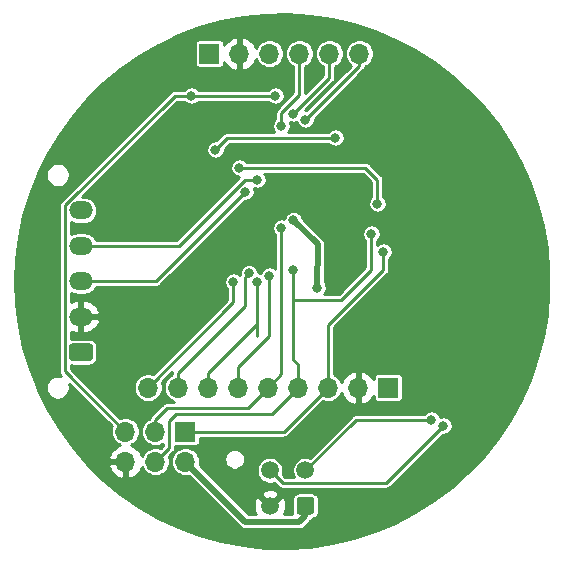
<source format=gbr>
%TF.GenerationSoftware,KiCad,Pcbnew,(5.1.6-0-10_14)*%
%TF.CreationDate,2021-01-24T21:36:40+01:00*%
%TF.ProjectId,CAN_Display,43414e5f-4469-4737-906c-61792e6b6963,rev?*%
%TF.SameCoordinates,Original*%
%TF.FileFunction,Copper,L2,Bot*%
%TF.FilePolarity,Positive*%
%FSLAX46Y46*%
G04 Gerber Fmt 4.6, Leading zero omitted, Abs format (unit mm)*
G04 Created by KiCad (PCBNEW (5.1.6-0-10_14)) date 2021-01-24 21:36:40*
%MOMM*%
%LPD*%
G01*
G04 APERTURE LIST*
%TA.AperFunction,ComponentPad*%
%ADD10O,1.700000X1.700000*%
%TD*%
%TA.AperFunction,ComponentPad*%
%ADD11R,1.700000X1.700000*%
%TD*%
%TA.AperFunction,ComponentPad*%
%ADD12C,1.500000*%
%TD*%
%TA.AperFunction,ComponentPad*%
%ADD13O,2.020000X1.500000*%
%TD*%
%TA.AperFunction,ViaPad*%
%ADD14C,0.800000*%
%TD*%
%TA.AperFunction,Conductor*%
%ADD15C,0.250000*%
%TD*%
%TA.AperFunction,Conductor*%
%ADD16C,0.500000*%
%TD*%
%TA.AperFunction,Conductor*%
%ADD17C,0.254000*%
%TD*%
G04 APERTURE END LIST*
D10*
%TO.P,J5,6*%
%TO.N,GND*%
X143764000Y-107188000D03*
%TO.P,J5,5*%
%TO.N,RESET*%
X143764000Y-104648000D03*
%TO.P,J5,4*%
%TO.N,MOSI*%
X146304000Y-107188000D03*
%TO.P,J5,3*%
%TO.N,SCK*%
X146304000Y-104648000D03*
%TO.P,J5,2*%
%TO.N,+5V*%
X148844000Y-107188000D03*
D11*
%TO.P,J5,1*%
%TO.N,MISO*%
X148844000Y-104648000D03*
%TD*%
D10*
%TO.P,J4,6*%
%TO.N,A3*%
X163576000Y-72644000D03*
%TO.P,J4,5*%
%TO.N,SCL*%
X161036000Y-72644000D03*
%TO.P,J4,4*%
%TO.N,SDA*%
X158496000Y-72644000D03*
%TO.P,J4,3*%
%TO.N,KEY*%
X155956000Y-72644000D03*
%TO.P,J4,2*%
%TO.N,GND*%
X153416000Y-72644000D03*
D11*
%TO.P,J4,1*%
%TO.N,+5V*%
X150876000Y-72644000D03*
%TD*%
D10*
%TO.P,J1,9*%
%TO.N,D6*%
X145680000Y-100920000D03*
%TO.P,J1,8*%
%TO.N,D7*%
X148220000Y-100920000D03*
%TO.P,J1,7*%
%TO.N,D8*%
X150760000Y-100920000D03*
%TO.P,J1,6*%
%TO.N,D9*%
X153300000Y-100920000D03*
%TO.P,J1,5*%
%TO.N,SCK*%
X155840000Y-100920000D03*
%TO.P,J1,4*%
%TO.N,MOSI*%
X158380000Y-100920000D03*
%TO.P,J1,3*%
%TO.N,MISO*%
X160920000Y-100920000D03*
%TO.P,J1,2*%
%TO.N,GND*%
X163460000Y-100920000D03*
D11*
%TO.P,J1,1*%
%TO.N,+5V*%
X166000000Y-100920000D03*
%TD*%
D12*
%TO.P,J3,4*%
%TO.N,CAN_H*%
X156000000Y-107920000D03*
%TO.P,J3,3*%
%TO.N,CAN_L*%
X159000000Y-107920000D03*
%TO.P,J3,2*%
%TO.N,GND*%
X156000000Y-110920000D03*
%TO.P,J3,1*%
%TO.N,+5V*%
%TA.AperFunction,ComponentPad*%
G36*
G01*
X159750000Y-110420000D02*
X159750000Y-111420000D01*
G75*
G02*
X159500000Y-111670000I-250000J0D01*
G01*
X158500000Y-111670000D01*
G75*
G02*
X158250000Y-111420000I0J250000D01*
G01*
X158250000Y-110420000D01*
G75*
G02*
X158500000Y-110170000I250000J0D01*
G01*
X159500000Y-110170000D01*
G75*
G02*
X159750000Y-110420000I0J-250000D01*
G01*
G37*
%TD.AperFunction*%
%TD*%
D13*
%TO.P,J2,5*%
%TO.N,Net-(C5-Pad1)*%
X140000000Y-85920000D03*
%TO.P,J2,4*%
%TO.N,RXD*%
X140000000Y-88920000D03*
%TO.P,J2,3*%
%TO.N,TXD*%
X140000000Y-91920000D03*
%TO.P,J2,2*%
%TO.N,GND*%
X140000000Y-94920000D03*
%TO.P,J2,1*%
%TO.N,+5V*%
%TA.AperFunction,ComponentPad*%
G36*
G01*
X140760000Y-98670000D02*
X139240000Y-98670000D01*
G75*
G02*
X138990000Y-98420000I0J250000D01*
G01*
X138990000Y-97420000D01*
G75*
G02*
X139240000Y-97170000I250000J0D01*
G01*
X140760000Y-97170000D01*
G75*
G02*
X141010000Y-97420000I0J-250000D01*
G01*
X141010000Y-98420000D01*
G75*
G02*
X140760000Y-98670000I-250000J0D01*
G01*
G37*
%TD.AperFunction*%
%TD*%
D14*
%TO.N,GND*%
X152908000Y-83312000D03*
X151384000Y-79248000D03*
X173736000Y-104140000D03*
X174244000Y-91948000D03*
X149352000Y-85344000D03*
X150876000Y-89408000D03*
X144272000Y-86868000D03*
%TO.N,D6*%
X152908000Y-91948000D03*
%TO.N,D7*%
X154232892Y-91240892D03*
%TO.N,SCK*%
X156972000Y-87376000D03*
%TO.N,MOSI*%
X164592000Y-87884000D03*
X157988000Y-90932000D03*
%TO.N,MISO*%
X165608000Y-89408000D03*
%TO.N,+5V*%
X157988000Y-86725000D03*
X160020000Y-92456000D03*
%TO.N,CAN_H*%
X170688000Y-104140000D03*
%TO.N,RESET*%
X149352000Y-76200000D03*
X156464000Y-76200000D03*
%TO.N,CAN_L*%
X169672000Y-103632000D03*
%TO.N,D2*%
X153416000Y-82296000D03*
X165100000Y-85344000D03*
%TO.N,TXD*%
X153924000Y-84328000D03*
%TO.N,RXD*%
X154940000Y-83312000D03*
%TO.N,SCL*%
X157988000Y-77724000D03*
%TO.N,SDA*%
X156972000Y-78740000D03*
%TO.N,A3*%
X159004000Y-78232000D03*
%TO.N,D9*%
X155956000Y-91440000D03*
%TO.N,D8*%
X154940000Y-91948000D03*
%TO.N,D3*%
X151384000Y-80772000D03*
X161544000Y-79756000D03*
%TD*%
D15*
%TO.N,D6*%
X145680000Y-100920000D02*
X152908000Y-93692000D01*
X152908000Y-93692000D02*
X152908000Y-91948000D01*
%TO.N,D7*%
X154232892Y-91240892D02*
X153924000Y-91549784D01*
X153924000Y-91549784D02*
X153924000Y-93980000D01*
X148220000Y-99684000D02*
X148220000Y-100920000D01*
X153924000Y-93980000D02*
X148220000Y-99684000D01*
%TO.N,SCK*%
X156972000Y-99788000D02*
X156972000Y-87376000D01*
X155840000Y-100920000D02*
X156972000Y-99788000D01*
X155840000Y-100920000D02*
X154144000Y-102616000D01*
X154144000Y-102616000D02*
X147320000Y-102616000D01*
X146304000Y-103632000D02*
X146304000Y-104648000D01*
X147320000Y-102616000D02*
X146304000Y-103632000D01*
%TO.N,MOSI*%
X158380000Y-98944000D02*
X158380000Y-100920000D01*
X157988000Y-98552000D02*
X158380000Y-98944000D01*
X164592000Y-87884000D02*
X164592000Y-90932000D01*
X162052000Y-93472000D02*
X157988000Y-93472000D01*
X157988000Y-93472000D02*
X157988000Y-98552000D01*
X164592000Y-90932000D02*
X162052000Y-93472000D01*
X157988000Y-90932000D02*
X157988000Y-93472000D01*
X158380000Y-100920000D02*
X156176000Y-103124000D01*
X147479001Y-103727997D02*
X147479001Y-106012999D01*
X147479001Y-106012999D02*
X146304000Y-107188000D01*
X148082998Y-103124000D02*
X147479001Y-103727997D01*
X156176000Y-103124000D02*
X148082998Y-103124000D01*
%TO.N,MISO*%
X160920000Y-100920000D02*
X160920000Y-95620000D01*
X160920000Y-95620000D02*
X165608000Y-90932000D01*
X165608000Y-90932000D02*
X165608000Y-89408000D01*
X157192000Y-104648000D02*
X148844000Y-104648000D01*
X160920000Y-100920000D02*
X157192000Y-104648000D01*
D16*
%TO.N,+5V*%
X160053154Y-88790154D02*
X157988000Y-86725000D01*
X160020000Y-92456000D02*
X160053154Y-88790154D01*
X148844000Y-107188000D02*
X153924000Y-112268000D01*
X153924000Y-112268000D02*
X158496000Y-112268000D01*
X159000000Y-111764000D02*
X159000000Y-110920000D01*
X158496000Y-112268000D02*
X159000000Y-111764000D01*
D15*
%TO.N,CAN_H*%
X165832999Y-108995001D02*
X157075001Y-108995001D01*
X157075001Y-108995001D02*
X156000000Y-107920000D01*
X170688000Y-104140000D02*
X165832999Y-108995001D01*
%TO.N,RESET*%
X149352000Y-76200000D02*
X156464000Y-76200000D01*
X143764000Y-104648000D02*
X138664990Y-99548990D01*
X147939707Y-76200000D02*
X149352000Y-76200000D01*
X138664990Y-85474717D02*
X147939707Y-76200000D01*
X138664990Y-99548990D02*
X138664990Y-85474717D01*
%TO.N,CAN_L*%
X163288000Y-103632000D02*
X159000000Y-107920000D01*
X169672000Y-103632000D02*
X163288000Y-103632000D01*
%TO.N,D2*%
X153416000Y-82296000D02*
X163576000Y-82296000D01*
X163576000Y-82296000D02*
X164084000Y-82296000D01*
X164084000Y-82296000D02*
X165100000Y-83312000D01*
X165100000Y-83312000D02*
X165100000Y-85344000D01*
%TO.N,TXD*%
X146332000Y-91920000D02*
X140000000Y-91920000D01*
X153924000Y-84328000D02*
X146332000Y-91920000D01*
%TO.N,RXD*%
X153866998Y-83312000D02*
X154940000Y-83312000D01*
X148258998Y-88920000D02*
X153866998Y-83312000D01*
X140000000Y-88920000D02*
X148258998Y-88920000D01*
%TO.N,SCL*%
X161036000Y-74676000D02*
X161036000Y-72644000D01*
X157988000Y-77724000D02*
X161036000Y-74676000D01*
%TO.N,SDA*%
X158496000Y-76142998D02*
X158496000Y-72644000D01*
X156972000Y-77666998D02*
X158496000Y-76142998D01*
X156972000Y-78740000D02*
X156972000Y-77666998D01*
%TO.N,A3*%
X163576000Y-73660000D02*
X163576000Y-72644000D01*
X159004000Y-78232000D02*
X163576000Y-73660000D01*
%TO.N,D9*%
X155956000Y-91440000D02*
X155956000Y-96520000D01*
X153300000Y-99176000D02*
X153300000Y-100920000D01*
X155956000Y-96520000D02*
X153300000Y-99176000D01*
%TO.N,D8*%
X150760000Y-100920000D02*
X150760000Y-99684000D01*
X154940000Y-95504000D02*
X154940000Y-96520000D01*
X150760000Y-99684000D02*
X154940000Y-95504000D01*
X154940000Y-91948000D02*
X154940000Y-95504000D01*
%TO.N,D3*%
X152400000Y-79756000D02*
X151384000Y-80772000D01*
X161544000Y-79756000D02*
X152400000Y-79756000D01*
%TD*%
D17*
%TO.N,GND*%
G36*
X159361716Y-69449772D02*
G01*
X161233693Y-69726202D01*
X163075974Y-70158305D01*
X164875637Y-70743051D01*
X166620057Y-71476338D01*
X168297000Y-72353022D01*
X169894702Y-73366955D01*
X171401958Y-74511024D01*
X172808194Y-75777204D01*
X174103546Y-77156615D01*
X175278930Y-78639580D01*
X176326100Y-80215698D01*
X177237712Y-81873913D01*
X178007370Y-83602594D01*
X178629677Y-85389616D01*
X179100267Y-87222443D01*
X179415840Y-89088221D01*
X179574181Y-90973861D01*
X179574181Y-92866139D01*
X179415840Y-94751779D01*
X179100267Y-96617557D01*
X178629677Y-98450384D01*
X178007370Y-100237406D01*
X177237712Y-101966087D01*
X176326100Y-103624302D01*
X175278930Y-105200420D01*
X174103546Y-106683385D01*
X172808194Y-108062796D01*
X171401958Y-109328976D01*
X169894702Y-110473045D01*
X168297000Y-111486978D01*
X166620057Y-112363662D01*
X164875637Y-113096949D01*
X163075974Y-113681695D01*
X161233693Y-114113798D01*
X159361716Y-114390228D01*
X157473173Y-114509045D01*
X155581311Y-114469416D01*
X153699400Y-114271619D01*
X151840640Y-113917042D01*
X150018070Y-113408171D01*
X148244473Y-112748576D01*
X146532289Y-111942884D01*
X144893529Y-110996745D01*
X143339688Y-109916797D01*
X141881663Y-108710614D01*
X140691267Y-107544891D01*
X142322519Y-107544891D01*
X142419843Y-107819252D01*
X142568822Y-108069355D01*
X142763731Y-108285588D01*
X142997080Y-108459641D01*
X143259901Y-108584825D01*
X143407110Y-108629476D01*
X143637000Y-108508155D01*
X143637000Y-107315000D01*
X142443186Y-107315000D01*
X142322519Y-107544891D01*
X140691267Y-107544891D01*
X140529683Y-107386657D01*
X139293230Y-105954213D01*
X138180977Y-104423329D01*
X137200727Y-102804743D01*
X136359354Y-101109808D01*
X136244585Y-100819933D01*
X137024000Y-100819933D01*
X137024000Y-101020067D01*
X137063044Y-101216356D01*
X137139632Y-101401256D01*
X137250821Y-101567662D01*
X137392338Y-101709179D01*
X137558744Y-101820368D01*
X137743644Y-101896956D01*
X137939933Y-101936000D01*
X138140067Y-101936000D01*
X138336356Y-101896956D01*
X138521256Y-101820368D01*
X138687662Y-101709179D01*
X138829179Y-101567662D01*
X138940368Y-101401256D01*
X139016956Y-101216356D01*
X139056000Y-101020067D01*
X139056000Y-100819933D01*
X139016956Y-100623644D01*
X139011938Y-100611529D01*
X142612242Y-104211834D01*
X142580307Y-104288931D01*
X142533000Y-104526757D01*
X142533000Y-104769243D01*
X142580307Y-105007069D01*
X142673102Y-105231097D01*
X142807820Y-105432717D01*
X142979283Y-105604180D01*
X143180903Y-105738898D01*
X143287154Y-105782909D01*
X143259901Y-105791175D01*
X142997080Y-105916359D01*
X142763731Y-106090412D01*
X142568822Y-106306645D01*
X142419843Y-106556748D01*
X142322519Y-106831109D01*
X142443186Y-107061000D01*
X143637000Y-107061000D01*
X143637000Y-107041000D01*
X143891000Y-107041000D01*
X143891000Y-107061000D01*
X143911000Y-107061000D01*
X143911000Y-107315000D01*
X143891000Y-107315000D01*
X143891000Y-108508155D01*
X144120890Y-108629476D01*
X144268099Y-108584825D01*
X144530920Y-108459641D01*
X144764269Y-108285588D01*
X144959178Y-108069355D01*
X145108157Y-107819252D01*
X145165772Y-107656832D01*
X145213102Y-107771097D01*
X145347820Y-107972717D01*
X145519283Y-108144180D01*
X145720903Y-108278898D01*
X145944931Y-108371693D01*
X146182757Y-108419000D01*
X146425243Y-108419000D01*
X146663069Y-108371693D01*
X146887097Y-108278898D01*
X147088717Y-108144180D01*
X147260180Y-107972717D01*
X147394898Y-107771097D01*
X147487693Y-107547069D01*
X147535000Y-107309243D01*
X147535000Y-107066757D01*
X147613000Y-107066757D01*
X147613000Y-107309243D01*
X147660307Y-107547069D01*
X147753102Y-107771097D01*
X147887820Y-107972717D01*
X148059283Y-108144180D01*
X148260903Y-108278898D01*
X148484931Y-108371693D01*
X148722757Y-108419000D01*
X148965243Y-108419000D01*
X149146564Y-108382933D01*
X153455899Y-112692268D01*
X153475657Y-112716343D01*
X153499732Y-112736101D01*
X153499734Y-112736103D01*
X153571739Y-112795196D01*
X153681358Y-112853789D01*
X153800302Y-112889870D01*
X153893002Y-112899000D01*
X153893009Y-112899000D01*
X153924000Y-112902052D01*
X153954990Y-112899000D01*
X158465010Y-112899000D01*
X158496000Y-112902052D01*
X158526990Y-112899000D01*
X158526998Y-112899000D01*
X158619698Y-112889870D01*
X158738642Y-112853789D01*
X158848261Y-112795196D01*
X158944343Y-112716343D01*
X158964105Y-112692263D01*
X159424269Y-112232100D01*
X159448343Y-112212343D01*
X159504183Y-112144303D01*
X159527196Y-112116261D01*
X159564489Y-112046491D01*
X159623462Y-112040683D01*
X159742179Y-112004671D01*
X159851589Y-111946190D01*
X159947488Y-111867488D01*
X160026190Y-111771589D01*
X160084671Y-111662179D01*
X160120683Y-111543462D01*
X160132843Y-111420000D01*
X160132843Y-110420000D01*
X160120683Y-110296538D01*
X160084671Y-110177821D01*
X160026190Y-110068411D01*
X159947488Y-109972512D01*
X159851589Y-109893810D01*
X159742179Y-109835329D01*
X159623462Y-109799317D01*
X159500000Y-109787157D01*
X158500000Y-109787157D01*
X158376538Y-109799317D01*
X158257821Y-109835329D01*
X158148411Y-109893810D01*
X158052512Y-109972512D01*
X157973810Y-110068411D01*
X157915329Y-110177821D01*
X157879317Y-110296538D01*
X157867157Y-110420000D01*
X157867157Y-111420000D01*
X157879317Y-111543462D01*
X157907691Y-111637000D01*
X157177133Y-111637000D01*
X157195860Y-111631863D01*
X157311760Y-111384884D01*
X157377250Y-111120040D01*
X157389812Y-110847508D01*
X157348965Y-110577762D01*
X157256277Y-110321168D01*
X157195860Y-110208137D01*
X156956993Y-110142612D01*
X156179605Y-110920000D01*
X156193748Y-110934143D01*
X156014143Y-111113748D01*
X156000000Y-111099605D01*
X155985858Y-111113748D01*
X155806253Y-110934143D01*
X155820395Y-110920000D01*
X155043007Y-110142612D01*
X154804140Y-110208137D01*
X154688240Y-110455116D01*
X154622750Y-110719960D01*
X154610188Y-110992492D01*
X154651035Y-111262238D01*
X154743723Y-111518832D01*
X154804140Y-111631863D01*
X154822867Y-111637000D01*
X154185369Y-111637000D01*
X152511376Y-109963007D01*
X155222612Y-109963007D01*
X156000000Y-110740395D01*
X156777388Y-109963007D01*
X156711863Y-109724140D01*
X156464884Y-109608240D01*
X156200040Y-109542750D01*
X155927508Y-109530188D01*
X155657762Y-109571035D01*
X155401168Y-109663723D01*
X155288137Y-109724140D01*
X155222612Y-109963007D01*
X152511376Y-109963007D01*
X150038933Y-107490564D01*
X150075000Y-107309243D01*
X150075000Y-107066757D01*
X150040483Y-106893229D01*
X152119000Y-106893229D01*
X152119000Y-107066771D01*
X152152856Y-107236978D01*
X152219268Y-107397310D01*
X152315682Y-107541605D01*
X152438395Y-107664318D01*
X152582690Y-107760732D01*
X152743022Y-107827144D01*
X152913229Y-107861000D01*
X153086771Y-107861000D01*
X153256978Y-107827144D01*
X153301732Y-107808606D01*
X154869000Y-107808606D01*
X154869000Y-108031394D01*
X154912464Y-108249900D01*
X154997721Y-108455729D01*
X155121495Y-108640970D01*
X155279030Y-108798505D01*
X155464271Y-108922279D01*
X155670100Y-109007536D01*
X155888606Y-109051000D01*
X156111394Y-109051000D01*
X156329900Y-109007536D01*
X156359630Y-108995222D01*
X156699629Y-109335221D01*
X156715474Y-109354528D01*
X156792522Y-109417760D01*
X156880426Y-109464746D01*
X156975808Y-109493679D01*
X157050147Y-109501001D01*
X157050155Y-109501001D01*
X157075001Y-109503448D01*
X157099847Y-109501001D01*
X165808153Y-109501001D01*
X165832999Y-109503448D01*
X165857845Y-109501001D01*
X165857853Y-109501001D01*
X165932192Y-109493679D01*
X166027574Y-109464746D01*
X166115478Y-109417760D01*
X166192526Y-109354528D01*
X166208375Y-109335216D01*
X170622592Y-104921000D01*
X170764922Y-104921000D01*
X170915809Y-104890987D01*
X171057942Y-104832113D01*
X171185859Y-104746642D01*
X171294642Y-104637859D01*
X171380113Y-104509942D01*
X171438987Y-104367809D01*
X171469000Y-104216922D01*
X171469000Y-104063078D01*
X171438987Y-103912191D01*
X171380113Y-103770058D01*
X171294642Y-103642141D01*
X171185859Y-103533358D01*
X171057942Y-103447887D01*
X170915809Y-103389013D01*
X170764922Y-103359000D01*
X170611078Y-103359000D01*
X170460191Y-103389013D01*
X170423030Y-103404406D01*
X170422987Y-103404191D01*
X170364113Y-103262058D01*
X170278642Y-103134141D01*
X170169859Y-103025358D01*
X170041942Y-102939887D01*
X169899809Y-102881013D01*
X169748922Y-102851000D01*
X169595078Y-102851000D01*
X169444191Y-102881013D01*
X169302058Y-102939887D01*
X169174141Y-103025358D01*
X169073499Y-103126000D01*
X163312854Y-103126000D01*
X163288000Y-103123552D01*
X163263146Y-103126000D01*
X163188807Y-103133322D01*
X163093425Y-103162255D01*
X163005521Y-103209241D01*
X162928473Y-103272473D01*
X162912629Y-103291779D01*
X159359630Y-106844779D01*
X159329900Y-106832464D01*
X159111394Y-106789000D01*
X158888606Y-106789000D01*
X158670100Y-106832464D01*
X158464271Y-106917721D01*
X158279030Y-107041495D01*
X158121495Y-107199030D01*
X157997721Y-107384271D01*
X157912464Y-107590100D01*
X157869000Y-107808606D01*
X157869000Y-108031394D01*
X157912464Y-108249900D01*
X157997721Y-108455729D01*
X158019953Y-108489001D01*
X157284593Y-108489001D01*
X157075222Y-108279630D01*
X157087536Y-108249900D01*
X157131000Y-108031394D01*
X157131000Y-107808606D01*
X157087536Y-107590100D01*
X157002279Y-107384271D01*
X156878505Y-107199030D01*
X156720970Y-107041495D01*
X156535729Y-106917721D01*
X156329900Y-106832464D01*
X156111394Y-106789000D01*
X155888606Y-106789000D01*
X155670100Y-106832464D01*
X155464271Y-106917721D01*
X155279030Y-107041495D01*
X155121495Y-107199030D01*
X154997721Y-107384271D01*
X154912464Y-107590100D01*
X154869000Y-107808606D01*
X153301732Y-107808606D01*
X153417310Y-107760732D01*
X153561605Y-107664318D01*
X153684318Y-107541605D01*
X153780732Y-107397310D01*
X153847144Y-107236978D01*
X153881000Y-107066771D01*
X153881000Y-106893229D01*
X153847144Y-106723022D01*
X153780732Y-106562690D01*
X153684318Y-106418395D01*
X153561605Y-106295682D01*
X153417310Y-106199268D01*
X153256978Y-106132856D01*
X153086771Y-106099000D01*
X152913229Y-106099000D01*
X152743022Y-106132856D01*
X152582690Y-106199268D01*
X152438395Y-106295682D01*
X152315682Y-106418395D01*
X152219268Y-106562690D01*
X152152856Y-106723022D01*
X152119000Y-106893229D01*
X150040483Y-106893229D01*
X150027693Y-106828931D01*
X149934898Y-106604903D01*
X149800180Y-106403283D01*
X149628717Y-106231820D01*
X149427097Y-106097102D01*
X149203069Y-106004307D01*
X148965243Y-105957000D01*
X148722757Y-105957000D01*
X148484931Y-106004307D01*
X148260903Y-106097102D01*
X148059283Y-106231820D01*
X147887820Y-106403283D01*
X147753102Y-106604903D01*
X147660307Y-106828931D01*
X147613000Y-107066757D01*
X147535000Y-107066757D01*
X147487693Y-106828931D01*
X147455758Y-106751833D01*
X147819221Y-106388371D01*
X147838528Y-106372526D01*
X147901760Y-106295478D01*
X147948746Y-106207574D01*
X147977679Y-106112192D01*
X147985001Y-106037853D01*
X147985001Y-106037846D01*
X147987448Y-106013000D01*
X147985001Y-105988154D01*
X147985001Y-105879957D01*
X147994000Y-105880843D01*
X149694000Y-105880843D01*
X149768689Y-105873487D01*
X149840508Y-105851701D01*
X149906696Y-105816322D01*
X149964711Y-105768711D01*
X150012322Y-105710696D01*
X150047701Y-105644508D01*
X150069487Y-105572689D01*
X150076843Y-105498000D01*
X150076843Y-105154000D01*
X157167154Y-105154000D01*
X157192000Y-105156447D01*
X157216846Y-105154000D01*
X157216854Y-105154000D01*
X157291193Y-105146678D01*
X157386575Y-105117745D01*
X157474479Y-105070759D01*
X157551527Y-105007527D01*
X157567376Y-104988215D01*
X160483833Y-102071758D01*
X160560931Y-102103693D01*
X160798757Y-102151000D01*
X161041243Y-102151000D01*
X161279069Y-102103693D01*
X161503097Y-102010898D01*
X161704717Y-101876180D01*
X161876180Y-101704717D01*
X162010898Y-101503097D01*
X162058228Y-101388832D01*
X162115843Y-101551252D01*
X162264822Y-101801355D01*
X162459731Y-102017588D01*
X162693080Y-102191641D01*
X162955901Y-102316825D01*
X163103110Y-102361476D01*
X163333000Y-102240155D01*
X163333000Y-101047000D01*
X163313000Y-101047000D01*
X163313000Y-100793000D01*
X163333000Y-100793000D01*
X163333000Y-99599845D01*
X163587000Y-99599845D01*
X163587000Y-100793000D01*
X163607000Y-100793000D01*
X163607000Y-101047000D01*
X163587000Y-101047000D01*
X163587000Y-102240155D01*
X163816890Y-102361476D01*
X163964099Y-102316825D01*
X164226920Y-102191641D01*
X164460269Y-102017588D01*
X164655178Y-101801355D01*
X164767157Y-101613367D01*
X164767157Y-101770000D01*
X164774513Y-101844689D01*
X164796299Y-101916508D01*
X164831678Y-101982696D01*
X164879289Y-102040711D01*
X164937304Y-102088322D01*
X165003492Y-102123701D01*
X165075311Y-102145487D01*
X165150000Y-102152843D01*
X166850000Y-102152843D01*
X166924689Y-102145487D01*
X166996508Y-102123701D01*
X167062696Y-102088322D01*
X167120711Y-102040711D01*
X167168322Y-101982696D01*
X167203701Y-101916508D01*
X167225487Y-101844689D01*
X167232843Y-101770000D01*
X167232843Y-100070000D01*
X167225487Y-99995311D01*
X167203701Y-99923492D01*
X167168322Y-99857304D01*
X167120711Y-99799289D01*
X167062696Y-99751678D01*
X166996508Y-99716299D01*
X166924689Y-99694513D01*
X166850000Y-99687157D01*
X165150000Y-99687157D01*
X165075311Y-99694513D01*
X165003492Y-99716299D01*
X164937304Y-99751678D01*
X164879289Y-99799289D01*
X164831678Y-99857304D01*
X164796299Y-99923492D01*
X164774513Y-99995311D01*
X164767157Y-100070000D01*
X164767157Y-100226633D01*
X164655178Y-100038645D01*
X164460269Y-99822412D01*
X164226920Y-99648359D01*
X163964099Y-99523175D01*
X163816890Y-99478524D01*
X163587000Y-99599845D01*
X163333000Y-99599845D01*
X163103110Y-99478524D01*
X162955901Y-99523175D01*
X162693080Y-99648359D01*
X162459731Y-99822412D01*
X162264822Y-100038645D01*
X162115843Y-100288748D01*
X162058228Y-100451168D01*
X162010898Y-100336903D01*
X161876180Y-100135283D01*
X161704717Y-99963820D01*
X161503097Y-99829102D01*
X161426000Y-99797168D01*
X161426000Y-95829591D01*
X165948220Y-91307372D01*
X165967527Y-91291527D01*
X166030759Y-91214479D01*
X166077745Y-91126575D01*
X166080834Y-91116393D01*
X166106678Y-91031194D01*
X166108462Y-91013083D01*
X166114000Y-90956854D01*
X166114000Y-90956847D01*
X166116447Y-90932001D01*
X166114000Y-90907155D01*
X166114000Y-90006501D01*
X166214642Y-89905859D01*
X166300113Y-89777942D01*
X166358987Y-89635809D01*
X166389000Y-89484922D01*
X166389000Y-89331078D01*
X166358987Y-89180191D01*
X166300113Y-89038058D01*
X166214642Y-88910141D01*
X166105859Y-88801358D01*
X165977942Y-88715887D01*
X165835809Y-88657013D01*
X165684922Y-88627000D01*
X165531078Y-88627000D01*
X165380191Y-88657013D01*
X165238058Y-88715887D01*
X165110141Y-88801358D01*
X165098000Y-88813499D01*
X165098000Y-88482501D01*
X165198642Y-88381859D01*
X165284113Y-88253942D01*
X165342987Y-88111809D01*
X165373000Y-87960922D01*
X165373000Y-87807078D01*
X165342987Y-87656191D01*
X165284113Y-87514058D01*
X165198642Y-87386141D01*
X165089859Y-87277358D01*
X164961942Y-87191887D01*
X164819809Y-87133013D01*
X164668922Y-87103000D01*
X164515078Y-87103000D01*
X164364191Y-87133013D01*
X164222058Y-87191887D01*
X164094141Y-87277358D01*
X163985358Y-87386141D01*
X163899887Y-87514058D01*
X163841013Y-87656191D01*
X163811000Y-87807078D01*
X163811000Y-87960922D01*
X163841013Y-88111809D01*
X163899887Y-88253942D01*
X163985358Y-88381859D01*
X164086000Y-88482501D01*
X164086001Y-90722407D01*
X161842409Y-92966000D01*
X160614501Y-92966000D01*
X160626642Y-92953859D01*
X160712113Y-92825942D01*
X160770987Y-92683809D01*
X160801000Y-92532922D01*
X160801000Y-92379078D01*
X160770987Y-92228191D01*
X160712113Y-92086058D01*
X160655142Y-92000794D01*
X160683873Y-88823995D01*
X160687206Y-88790154D01*
X160681396Y-88731154D01*
X160676117Y-88672085D01*
X160675306Y-88669323D01*
X160675024Y-88666456D01*
X160657800Y-88609676D01*
X160641113Y-88552820D01*
X160639780Y-88550271D01*
X160638943Y-88547512D01*
X160610963Y-88495165D01*
X160583514Y-88442676D01*
X160581709Y-88440436D01*
X160580350Y-88437893D01*
X160542688Y-88392002D01*
X160505533Y-88345884D01*
X160479447Y-88324078D01*
X158760447Y-86605079D01*
X158738987Y-86497191D01*
X158680113Y-86355058D01*
X158594642Y-86227141D01*
X158485859Y-86118358D01*
X158357942Y-86032887D01*
X158215809Y-85974013D01*
X158064922Y-85944000D01*
X157911078Y-85944000D01*
X157760191Y-85974013D01*
X157618058Y-86032887D01*
X157490141Y-86118358D01*
X157381358Y-86227141D01*
X157295887Y-86355058D01*
X157237013Y-86497191D01*
X157210691Y-86629521D01*
X157199809Y-86625013D01*
X157048922Y-86595000D01*
X156895078Y-86595000D01*
X156744191Y-86625013D01*
X156602058Y-86683887D01*
X156474141Y-86769358D01*
X156365358Y-86878141D01*
X156279887Y-87006058D01*
X156221013Y-87148191D01*
X156191000Y-87299078D01*
X156191000Y-87452922D01*
X156221013Y-87603809D01*
X156279887Y-87745942D01*
X156365358Y-87873859D01*
X156466001Y-87974502D01*
X156466001Y-90845500D01*
X156453859Y-90833358D01*
X156325942Y-90747887D01*
X156183809Y-90689013D01*
X156032922Y-90659000D01*
X155879078Y-90659000D01*
X155728191Y-90689013D01*
X155586058Y-90747887D01*
X155458141Y-90833358D01*
X155349358Y-90942141D01*
X155263887Y-91070058D01*
X155205013Y-91212191D01*
X155204970Y-91212406D01*
X155167809Y-91197013D01*
X155016922Y-91167000D01*
X155013892Y-91167000D01*
X155013892Y-91163970D01*
X154983879Y-91013083D01*
X154925005Y-90870950D01*
X154839534Y-90743033D01*
X154730751Y-90634250D01*
X154602834Y-90548779D01*
X154460701Y-90489905D01*
X154309814Y-90459892D01*
X154155970Y-90459892D01*
X154005083Y-90489905D01*
X153862950Y-90548779D01*
X153735033Y-90634250D01*
X153626250Y-90743033D01*
X153540779Y-90870950D01*
X153481905Y-91013083D01*
X153451892Y-91163970D01*
X153451892Y-91317814D01*
X153457954Y-91348290D01*
X153454255Y-91355210D01*
X153446215Y-91381714D01*
X153405859Y-91341358D01*
X153277942Y-91255887D01*
X153135809Y-91197013D01*
X152984922Y-91167000D01*
X152831078Y-91167000D01*
X152680191Y-91197013D01*
X152538058Y-91255887D01*
X152410141Y-91341358D01*
X152301358Y-91450141D01*
X152215887Y-91578058D01*
X152157013Y-91720191D01*
X152127000Y-91871078D01*
X152127000Y-92024922D01*
X152157013Y-92175809D01*
X152215887Y-92317942D01*
X152301358Y-92445859D01*
X152402001Y-92546502D01*
X152402000Y-93482408D01*
X146116167Y-99768242D01*
X146039069Y-99736307D01*
X145801243Y-99689000D01*
X145558757Y-99689000D01*
X145320931Y-99736307D01*
X145096903Y-99829102D01*
X144895283Y-99963820D01*
X144723820Y-100135283D01*
X144589102Y-100336903D01*
X144496307Y-100560931D01*
X144449000Y-100798757D01*
X144449000Y-101041243D01*
X144496307Y-101279069D01*
X144589102Y-101503097D01*
X144723820Y-101704717D01*
X144895283Y-101876180D01*
X145096903Y-102010898D01*
X145320931Y-102103693D01*
X145558757Y-102151000D01*
X145801243Y-102151000D01*
X146039069Y-102103693D01*
X146263097Y-102010898D01*
X146464717Y-101876180D01*
X146636180Y-101704717D01*
X146770898Y-101503097D01*
X146863693Y-101279069D01*
X146911000Y-101041243D01*
X146911000Y-100798757D01*
X146863693Y-100560931D01*
X146831758Y-100483833D01*
X147720288Y-99595303D01*
X147714000Y-99659147D01*
X147714000Y-99659154D01*
X147711553Y-99684000D01*
X147714000Y-99708847D01*
X147714000Y-99797167D01*
X147636903Y-99829102D01*
X147435283Y-99963820D01*
X147263820Y-100135283D01*
X147129102Y-100336903D01*
X147036307Y-100560931D01*
X146989000Y-100798757D01*
X146989000Y-101041243D01*
X147036307Y-101279069D01*
X147129102Y-101503097D01*
X147263820Y-101704717D01*
X147435283Y-101876180D01*
X147636903Y-102010898D01*
X147860931Y-102103693D01*
X147892638Y-102110000D01*
X147344846Y-102110000D01*
X147320000Y-102107553D01*
X147295154Y-102110000D01*
X147295146Y-102110000D01*
X147220807Y-102117322D01*
X147125425Y-102146255D01*
X147037521Y-102193241D01*
X146960473Y-102256473D01*
X146944629Y-102275779D01*
X145963785Y-103256624D01*
X145944473Y-103272473D01*
X145881241Y-103349521D01*
X145834255Y-103437426D01*
X145809025Y-103520601D01*
X145720903Y-103557102D01*
X145519283Y-103691820D01*
X145347820Y-103863283D01*
X145213102Y-104064903D01*
X145120307Y-104288931D01*
X145073000Y-104526757D01*
X145073000Y-104769243D01*
X145120307Y-105007069D01*
X145213102Y-105231097D01*
X145347820Y-105432717D01*
X145519283Y-105604180D01*
X145720903Y-105738898D01*
X145944931Y-105831693D01*
X146182757Y-105879000D01*
X146425243Y-105879000D01*
X146663069Y-105831693D01*
X146887097Y-105738898D01*
X146973002Y-105681498D01*
X146973002Y-105803406D01*
X146740167Y-106036242D01*
X146663069Y-106004307D01*
X146425243Y-105957000D01*
X146182757Y-105957000D01*
X145944931Y-106004307D01*
X145720903Y-106097102D01*
X145519283Y-106231820D01*
X145347820Y-106403283D01*
X145213102Y-106604903D01*
X145165772Y-106719168D01*
X145108157Y-106556748D01*
X144959178Y-106306645D01*
X144764269Y-106090412D01*
X144530920Y-105916359D01*
X144268099Y-105791175D01*
X144240846Y-105782909D01*
X144347097Y-105738898D01*
X144548717Y-105604180D01*
X144720180Y-105432717D01*
X144854898Y-105231097D01*
X144947693Y-105007069D01*
X144995000Y-104769243D01*
X144995000Y-104526757D01*
X144947693Y-104288931D01*
X144854898Y-104064903D01*
X144720180Y-103863283D01*
X144548717Y-103691820D01*
X144347097Y-103557102D01*
X144123069Y-103464307D01*
X143885243Y-103417000D01*
X143642757Y-103417000D01*
X143404931Y-103464307D01*
X143327834Y-103496242D01*
X139170990Y-99339399D01*
X139170990Y-99046046D01*
X139240000Y-99052843D01*
X140760000Y-99052843D01*
X140883462Y-99040683D01*
X141002179Y-99004671D01*
X141111589Y-98946190D01*
X141207488Y-98867488D01*
X141286190Y-98771589D01*
X141344671Y-98662179D01*
X141380683Y-98543462D01*
X141392843Y-98420000D01*
X141392843Y-97420000D01*
X141380683Y-97296538D01*
X141344671Y-97177821D01*
X141286190Y-97068411D01*
X141207488Y-96972512D01*
X141111589Y-96893810D01*
X141002179Y-96835329D01*
X140883462Y-96799317D01*
X140760000Y-96787157D01*
X139240000Y-96787157D01*
X139170990Y-96793954D01*
X139170990Y-96182805D01*
X139345240Y-96253611D01*
X139613000Y-96305000D01*
X139873000Y-96305000D01*
X139873000Y-95047000D01*
X140127000Y-95047000D01*
X140127000Y-96305000D01*
X140387000Y-96305000D01*
X140654760Y-96253611D01*
X140907349Y-96150972D01*
X141135061Y-96001028D01*
X141329145Y-95809540D01*
X141482142Y-95583868D01*
X141588173Y-95332684D01*
X141602318Y-95261185D01*
X141479656Y-95047000D01*
X140127000Y-95047000D01*
X139873000Y-95047000D01*
X139853000Y-95047000D01*
X139853000Y-94793000D01*
X139873000Y-94793000D01*
X139873000Y-93535000D01*
X140127000Y-93535000D01*
X140127000Y-94793000D01*
X141479656Y-94793000D01*
X141602318Y-94578815D01*
X141588173Y-94507316D01*
X141482142Y-94256132D01*
X141329145Y-94030460D01*
X141135061Y-93838972D01*
X140907349Y-93689028D01*
X140654760Y-93586389D01*
X140387000Y-93535000D01*
X140127000Y-93535000D01*
X139873000Y-93535000D01*
X139613000Y-93535000D01*
X139345240Y-93586389D01*
X139170990Y-93657195D01*
X139170990Y-92898285D01*
X139305091Y-92969963D01*
X139518285Y-93034635D01*
X139684442Y-93051000D01*
X140315558Y-93051000D01*
X140481715Y-93034635D01*
X140694909Y-92969963D01*
X140891390Y-92864942D01*
X141063607Y-92723607D01*
X141204942Y-92551390D01*
X141271964Y-92426000D01*
X146307154Y-92426000D01*
X146332000Y-92428447D01*
X146356846Y-92426000D01*
X146356854Y-92426000D01*
X146431193Y-92418678D01*
X146526575Y-92389745D01*
X146614479Y-92342759D01*
X146691527Y-92279527D01*
X146707376Y-92260215D01*
X153858592Y-85109000D01*
X154000922Y-85109000D01*
X154151809Y-85078987D01*
X154293942Y-85020113D01*
X154421859Y-84934642D01*
X154530642Y-84825859D01*
X154616113Y-84697942D01*
X154674987Y-84555809D01*
X154705000Y-84404922D01*
X154705000Y-84251078D01*
X154674987Y-84100191D01*
X154648679Y-84036679D01*
X154712191Y-84062987D01*
X154863078Y-84093000D01*
X155016922Y-84093000D01*
X155167809Y-84062987D01*
X155309942Y-84004113D01*
X155437859Y-83918642D01*
X155546642Y-83809859D01*
X155632113Y-83681942D01*
X155690987Y-83539809D01*
X155721000Y-83388922D01*
X155721000Y-83235078D01*
X155690987Y-83084191D01*
X155632113Y-82942058D01*
X155546642Y-82814141D01*
X155534501Y-82802000D01*
X163874409Y-82802000D01*
X164594000Y-83521592D01*
X164594001Y-84745498D01*
X164493358Y-84846141D01*
X164407887Y-84974058D01*
X164349013Y-85116191D01*
X164319000Y-85267078D01*
X164319000Y-85420922D01*
X164349013Y-85571809D01*
X164407887Y-85713942D01*
X164493358Y-85841859D01*
X164602141Y-85950642D01*
X164730058Y-86036113D01*
X164872191Y-86094987D01*
X165023078Y-86125000D01*
X165176922Y-86125000D01*
X165327809Y-86094987D01*
X165469942Y-86036113D01*
X165597859Y-85950642D01*
X165706642Y-85841859D01*
X165792113Y-85713942D01*
X165850987Y-85571809D01*
X165881000Y-85420922D01*
X165881000Y-85267078D01*
X165850987Y-85116191D01*
X165792113Y-84974058D01*
X165706642Y-84846141D01*
X165606000Y-84745499D01*
X165606000Y-83336846D01*
X165608447Y-83312000D01*
X165606000Y-83287154D01*
X165606000Y-83287146D01*
X165598678Y-83212807D01*
X165569745Y-83117425D01*
X165522759Y-83029521D01*
X165459527Y-82952473D01*
X165440220Y-82936628D01*
X164459376Y-81955785D01*
X164443527Y-81936473D01*
X164366479Y-81873241D01*
X164278575Y-81826255D01*
X164183193Y-81797322D01*
X164108854Y-81790000D01*
X164108846Y-81790000D01*
X164084000Y-81787553D01*
X164059154Y-81790000D01*
X154014501Y-81790000D01*
X153913859Y-81689358D01*
X153785942Y-81603887D01*
X153643809Y-81545013D01*
X153492922Y-81515000D01*
X153339078Y-81515000D01*
X153188191Y-81545013D01*
X153046058Y-81603887D01*
X152918141Y-81689358D01*
X152809358Y-81798141D01*
X152723887Y-81926058D01*
X152665013Y-82068191D01*
X152635000Y-82219078D01*
X152635000Y-82372922D01*
X152665013Y-82523809D01*
X152723887Y-82665942D01*
X152809358Y-82793859D01*
X152918141Y-82902642D01*
X153046058Y-82988113D01*
X153188191Y-83046987D01*
X153339078Y-83077000D01*
X153386406Y-83077000D01*
X148049407Y-88414000D01*
X141271964Y-88414000D01*
X141204942Y-88288610D01*
X141063607Y-88116393D01*
X140891390Y-87975058D01*
X140694909Y-87870037D01*
X140481715Y-87805365D01*
X140315558Y-87789000D01*
X139684442Y-87789000D01*
X139518285Y-87805365D01*
X139305091Y-87870037D01*
X139170990Y-87941715D01*
X139170990Y-86898285D01*
X139305091Y-86969963D01*
X139518285Y-87034635D01*
X139684442Y-87051000D01*
X140315558Y-87051000D01*
X140481715Y-87034635D01*
X140694909Y-86969963D01*
X140891390Y-86864942D01*
X141063607Y-86723607D01*
X141204942Y-86551390D01*
X141309963Y-86354909D01*
X141374635Y-86141715D01*
X141396472Y-85920000D01*
X141374635Y-85698285D01*
X141309963Y-85485091D01*
X141204942Y-85288610D01*
X141063607Y-85116393D01*
X140891390Y-84975058D01*
X140694909Y-84870037D01*
X140481715Y-84805365D01*
X140315558Y-84789000D01*
X140066298Y-84789000D01*
X144160220Y-80695078D01*
X150603000Y-80695078D01*
X150603000Y-80848922D01*
X150633013Y-80999809D01*
X150691887Y-81141942D01*
X150777358Y-81269859D01*
X150886141Y-81378642D01*
X151014058Y-81464113D01*
X151156191Y-81522987D01*
X151307078Y-81553000D01*
X151460922Y-81553000D01*
X151611809Y-81522987D01*
X151753942Y-81464113D01*
X151881859Y-81378642D01*
X151990642Y-81269859D01*
X152076113Y-81141942D01*
X152134987Y-80999809D01*
X152165000Y-80848922D01*
X152165000Y-80706591D01*
X152609592Y-80262000D01*
X160945499Y-80262000D01*
X161046141Y-80362642D01*
X161174058Y-80448113D01*
X161316191Y-80506987D01*
X161467078Y-80537000D01*
X161620922Y-80537000D01*
X161771809Y-80506987D01*
X161913942Y-80448113D01*
X162041859Y-80362642D01*
X162150642Y-80253859D01*
X162236113Y-80125942D01*
X162294987Y-79983809D01*
X162325000Y-79832922D01*
X162325000Y-79679078D01*
X162294987Y-79528191D01*
X162236113Y-79386058D01*
X162150642Y-79258141D01*
X162041859Y-79149358D01*
X161913942Y-79063887D01*
X161771809Y-79005013D01*
X161620922Y-78975000D01*
X161467078Y-78975000D01*
X161316191Y-79005013D01*
X161174058Y-79063887D01*
X161046141Y-79149358D01*
X160945499Y-79250000D01*
X157566501Y-79250000D01*
X157578642Y-79237859D01*
X157664113Y-79109942D01*
X157722987Y-78967809D01*
X157753000Y-78816922D01*
X157753000Y-78663078D01*
X157722987Y-78512191D01*
X157696679Y-78448679D01*
X157760191Y-78474987D01*
X157911078Y-78505000D01*
X158064922Y-78505000D01*
X158215809Y-78474987D01*
X158252970Y-78459594D01*
X158253013Y-78459809D01*
X158311887Y-78601942D01*
X158397358Y-78729859D01*
X158506141Y-78838642D01*
X158634058Y-78924113D01*
X158776191Y-78982987D01*
X158927078Y-79013000D01*
X159080922Y-79013000D01*
X159231809Y-78982987D01*
X159373942Y-78924113D01*
X159501859Y-78838642D01*
X159610642Y-78729859D01*
X159696113Y-78601942D01*
X159754987Y-78459809D01*
X159785000Y-78308922D01*
X159785000Y-78166591D01*
X163916220Y-74035372D01*
X163935527Y-74019527D01*
X163998759Y-73942479D01*
X164045745Y-73854575D01*
X164070975Y-73771399D01*
X164159097Y-73734898D01*
X164360717Y-73600180D01*
X164532180Y-73428717D01*
X164666898Y-73227097D01*
X164759693Y-73003069D01*
X164807000Y-72765243D01*
X164807000Y-72522757D01*
X164759693Y-72284931D01*
X164666898Y-72060903D01*
X164532180Y-71859283D01*
X164360717Y-71687820D01*
X164159097Y-71553102D01*
X163935069Y-71460307D01*
X163697243Y-71413000D01*
X163454757Y-71413000D01*
X163216931Y-71460307D01*
X162992903Y-71553102D01*
X162791283Y-71687820D01*
X162619820Y-71859283D01*
X162485102Y-72060903D01*
X162392307Y-72284931D01*
X162345000Y-72522757D01*
X162345000Y-72765243D01*
X162392307Y-73003069D01*
X162485102Y-73227097D01*
X162619820Y-73428717D01*
X162791283Y-73600180D01*
X162868580Y-73651828D01*
X159069409Y-77451000D01*
X158976591Y-77451000D01*
X161376220Y-75051372D01*
X161395527Y-75035527D01*
X161458759Y-74958479D01*
X161505745Y-74870575D01*
X161534678Y-74775193D01*
X161542000Y-74700854D01*
X161542000Y-74700853D01*
X161544448Y-74676000D01*
X161542000Y-74651146D01*
X161542000Y-73766832D01*
X161619097Y-73734898D01*
X161820717Y-73600180D01*
X161992180Y-73428717D01*
X162126898Y-73227097D01*
X162219693Y-73003069D01*
X162267000Y-72765243D01*
X162267000Y-72522757D01*
X162219693Y-72284931D01*
X162126898Y-72060903D01*
X161992180Y-71859283D01*
X161820717Y-71687820D01*
X161619097Y-71553102D01*
X161395069Y-71460307D01*
X161157243Y-71413000D01*
X160914757Y-71413000D01*
X160676931Y-71460307D01*
X160452903Y-71553102D01*
X160251283Y-71687820D01*
X160079820Y-71859283D01*
X159945102Y-72060903D01*
X159852307Y-72284931D01*
X159805000Y-72522757D01*
X159805000Y-72765243D01*
X159852307Y-73003069D01*
X159945102Y-73227097D01*
X160079820Y-73428717D01*
X160251283Y-73600180D01*
X160452903Y-73734898D01*
X160530000Y-73766833D01*
X160530000Y-74466408D01*
X159002000Y-75994409D01*
X159002000Y-73766832D01*
X159079097Y-73734898D01*
X159280717Y-73600180D01*
X159452180Y-73428717D01*
X159586898Y-73227097D01*
X159679693Y-73003069D01*
X159727000Y-72765243D01*
X159727000Y-72522757D01*
X159679693Y-72284931D01*
X159586898Y-72060903D01*
X159452180Y-71859283D01*
X159280717Y-71687820D01*
X159079097Y-71553102D01*
X158855069Y-71460307D01*
X158617243Y-71413000D01*
X158374757Y-71413000D01*
X158136931Y-71460307D01*
X157912903Y-71553102D01*
X157711283Y-71687820D01*
X157539820Y-71859283D01*
X157405102Y-72060903D01*
X157312307Y-72284931D01*
X157265000Y-72522757D01*
X157265000Y-72765243D01*
X157312307Y-73003069D01*
X157405102Y-73227097D01*
X157539820Y-73428717D01*
X157711283Y-73600180D01*
X157912903Y-73734898D01*
X157990001Y-73766833D01*
X157990000Y-75933406D01*
X156631780Y-77291626D01*
X156612474Y-77307471D01*
X156549242Y-77384519D01*
X156524127Y-77431506D01*
X156502255Y-77472424D01*
X156473322Y-77567806D01*
X156463553Y-77666998D01*
X156466001Y-77691854D01*
X156466001Y-78141498D01*
X156365358Y-78242141D01*
X156279887Y-78370058D01*
X156221013Y-78512191D01*
X156191000Y-78663078D01*
X156191000Y-78816922D01*
X156221013Y-78967809D01*
X156279887Y-79109942D01*
X156365358Y-79237859D01*
X156377499Y-79250000D01*
X152424846Y-79250000D01*
X152400000Y-79247553D01*
X152375154Y-79250000D01*
X152375146Y-79250000D01*
X152300807Y-79257322D01*
X152205425Y-79286255D01*
X152117521Y-79333241D01*
X152040473Y-79396473D01*
X152024628Y-79415780D01*
X151449409Y-79991000D01*
X151307078Y-79991000D01*
X151156191Y-80021013D01*
X151014058Y-80079887D01*
X150886141Y-80165358D01*
X150777358Y-80274141D01*
X150691887Y-80402058D01*
X150633013Y-80544191D01*
X150603000Y-80695078D01*
X144160220Y-80695078D01*
X148149299Y-76706000D01*
X148753499Y-76706000D01*
X148854141Y-76806642D01*
X148982058Y-76892113D01*
X149124191Y-76950987D01*
X149275078Y-76981000D01*
X149428922Y-76981000D01*
X149579809Y-76950987D01*
X149721942Y-76892113D01*
X149849859Y-76806642D01*
X149950501Y-76706000D01*
X155865499Y-76706000D01*
X155966141Y-76806642D01*
X156094058Y-76892113D01*
X156236191Y-76950987D01*
X156387078Y-76981000D01*
X156540922Y-76981000D01*
X156691809Y-76950987D01*
X156833942Y-76892113D01*
X156961859Y-76806642D01*
X157070642Y-76697859D01*
X157156113Y-76569942D01*
X157214987Y-76427809D01*
X157245000Y-76276922D01*
X157245000Y-76123078D01*
X157214987Y-75972191D01*
X157156113Y-75830058D01*
X157070642Y-75702141D01*
X156961859Y-75593358D01*
X156833942Y-75507887D01*
X156691809Y-75449013D01*
X156540922Y-75419000D01*
X156387078Y-75419000D01*
X156236191Y-75449013D01*
X156094058Y-75507887D01*
X155966141Y-75593358D01*
X155865499Y-75694000D01*
X149950501Y-75694000D01*
X149849859Y-75593358D01*
X149721942Y-75507887D01*
X149579809Y-75449013D01*
X149428922Y-75419000D01*
X149275078Y-75419000D01*
X149124191Y-75449013D01*
X148982058Y-75507887D01*
X148854141Y-75593358D01*
X148753499Y-75694000D01*
X147964561Y-75694000D01*
X147939707Y-75691552D01*
X147914853Y-75694000D01*
X147840514Y-75701322D01*
X147745132Y-75730255D01*
X147657228Y-75777241D01*
X147580180Y-75840473D01*
X147564335Y-75859780D01*
X138324771Y-85099345D01*
X138305464Y-85115190D01*
X138242232Y-85192238D01*
X138217117Y-85239225D01*
X138195245Y-85280143D01*
X138166312Y-85375525D01*
X138156543Y-85474717D01*
X138158991Y-85499573D01*
X138158990Y-99524144D01*
X138156543Y-99548990D01*
X138158990Y-99573836D01*
X138158990Y-99573843D01*
X138166312Y-99648182D01*
X138195245Y-99743564D01*
X138242231Y-99831469D01*
X138305463Y-99908517D01*
X138324775Y-99924366D01*
X138348471Y-99948062D01*
X138336356Y-99943044D01*
X138140067Y-99904000D01*
X137939933Y-99904000D01*
X137743644Y-99943044D01*
X137558744Y-100019632D01*
X137392338Y-100130821D01*
X137250821Y-100272338D01*
X137139632Y-100438744D01*
X137063044Y-100623644D01*
X137024000Y-100819933D01*
X136244585Y-100819933D01*
X135662760Y-99350413D01*
X135115832Y-97538899D01*
X134722406Y-95687973D01*
X134485240Y-93810617D01*
X134406000Y-91920000D01*
X134485240Y-90029383D01*
X134722406Y-88152027D01*
X135115832Y-86301101D01*
X135662760Y-84489587D01*
X136323823Y-82819933D01*
X137024000Y-82819933D01*
X137024000Y-83020067D01*
X137063044Y-83216356D01*
X137139632Y-83401256D01*
X137250821Y-83567662D01*
X137392338Y-83709179D01*
X137558744Y-83820368D01*
X137743644Y-83896956D01*
X137939933Y-83936000D01*
X138140067Y-83936000D01*
X138336356Y-83896956D01*
X138521256Y-83820368D01*
X138687662Y-83709179D01*
X138829179Y-83567662D01*
X138940368Y-83401256D01*
X139016956Y-83216356D01*
X139056000Y-83020067D01*
X139056000Y-82819933D01*
X139016956Y-82623644D01*
X138940368Y-82438744D01*
X138829179Y-82272338D01*
X138687662Y-82130821D01*
X138521256Y-82019632D01*
X138336356Y-81943044D01*
X138140067Y-81904000D01*
X137939933Y-81904000D01*
X137743644Y-81943044D01*
X137558744Y-82019632D01*
X137392338Y-82130821D01*
X137250821Y-82272338D01*
X137139632Y-82438744D01*
X137063044Y-82623644D01*
X137024000Y-82819933D01*
X136323823Y-82819933D01*
X136359354Y-82730192D01*
X137200727Y-81035257D01*
X138180977Y-79416671D01*
X139293230Y-77885787D01*
X140529683Y-76453343D01*
X141881663Y-75129386D01*
X143339688Y-73923203D01*
X144893529Y-72843255D01*
X146532289Y-71897116D01*
X146751421Y-71794000D01*
X149643157Y-71794000D01*
X149643157Y-73494000D01*
X149650513Y-73568689D01*
X149672299Y-73640508D01*
X149707678Y-73706696D01*
X149755289Y-73764711D01*
X149813304Y-73812322D01*
X149879492Y-73847701D01*
X149951311Y-73869487D01*
X150026000Y-73876843D01*
X151726000Y-73876843D01*
X151800689Y-73869487D01*
X151872508Y-73847701D01*
X151938696Y-73812322D01*
X151996711Y-73764711D01*
X152044322Y-73706696D01*
X152079701Y-73640508D01*
X152101487Y-73568689D01*
X152108843Y-73494000D01*
X152108843Y-73337367D01*
X152220822Y-73525355D01*
X152415731Y-73741588D01*
X152649080Y-73915641D01*
X152911901Y-74040825D01*
X153059110Y-74085476D01*
X153289000Y-73964155D01*
X153289000Y-72771000D01*
X153269000Y-72771000D01*
X153269000Y-72517000D01*
X153289000Y-72517000D01*
X153289000Y-71323845D01*
X153543000Y-71323845D01*
X153543000Y-72517000D01*
X153563000Y-72517000D01*
X153563000Y-72771000D01*
X153543000Y-72771000D01*
X153543000Y-73964155D01*
X153772890Y-74085476D01*
X153920099Y-74040825D01*
X154182920Y-73915641D01*
X154416269Y-73741588D01*
X154611178Y-73525355D01*
X154760157Y-73275252D01*
X154817772Y-73112832D01*
X154865102Y-73227097D01*
X154999820Y-73428717D01*
X155171283Y-73600180D01*
X155372903Y-73734898D01*
X155596931Y-73827693D01*
X155834757Y-73875000D01*
X156077243Y-73875000D01*
X156315069Y-73827693D01*
X156539097Y-73734898D01*
X156740717Y-73600180D01*
X156912180Y-73428717D01*
X157046898Y-73227097D01*
X157139693Y-73003069D01*
X157187000Y-72765243D01*
X157187000Y-72522757D01*
X157139693Y-72284931D01*
X157046898Y-72060903D01*
X156912180Y-71859283D01*
X156740717Y-71687820D01*
X156539097Y-71553102D01*
X156315069Y-71460307D01*
X156077243Y-71413000D01*
X155834757Y-71413000D01*
X155596931Y-71460307D01*
X155372903Y-71553102D01*
X155171283Y-71687820D01*
X154999820Y-71859283D01*
X154865102Y-72060903D01*
X154817772Y-72175168D01*
X154760157Y-72012748D01*
X154611178Y-71762645D01*
X154416269Y-71546412D01*
X154182920Y-71372359D01*
X153920099Y-71247175D01*
X153772890Y-71202524D01*
X153543000Y-71323845D01*
X153289000Y-71323845D01*
X153059110Y-71202524D01*
X152911901Y-71247175D01*
X152649080Y-71372359D01*
X152415731Y-71546412D01*
X152220822Y-71762645D01*
X152108843Y-71950633D01*
X152108843Y-71794000D01*
X152101487Y-71719311D01*
X152079701Y-71647492D01*
X152044322Y-71581304D01*
X151996711Y-71523289D01*
X151938696Y-71475678D01*
X151872508Y-71440299D01*
X151800689Y-71418513D01*
X151726000Y-71411157D01*
X150026000Y-71411157D01*
X149951311Y-71418513D01*
X149879492Y-71440299D01*
X149813304Y-71475678D01*
X149755289Y-71523289D01*
X149707678Y-71581304D01*
X149672299Y-71647492D01*
X149650513Y-71719311D01*
X149643157Y-71794000D01*
X146751421Y-71794000D01*
X148244473Y-71091424D01*
X150018070Y-70431829D01*
X151840640Y-69922958D01*
X153699400Y-69568381D01*
X155581311Y-69370584D01*
X157473173Y-69330955D01*
X159361716Y-69449772D01*
G37*
X159361716Y-69449772D02*
X161233693Y-69726202D01*
X163075974Y-70158305D01*
X164875637Y-70743051D01*
X166620057Y-71476338D01*
X168297000Y-72353022D01*
X169894702Y-73366955D01*
X171401958Y-74511024D01*
X172808194Y-75777204D01*
X174103546Y-77156615D01*
X175278930Y-78639580D01*
X176326100Y-80215698D01*
X177237712Y-81873913D01*
X178007370Y-83602594D01*
X178629677Y-85389616D01*
X179100267Y-87222443D01*
X179415840Y-89088221D01*
X179574181Y-90973861D01*
X179574181Y-92866139D01*
X179415840Y-94751779D01*
X179100267Y-96617557D01*
X178629677Y-98450384D01*
X178007370Y-100237406D01*
X177237712Y-101966087D01*
X176326100Y-103624302D01*
X175278930Y-105200420D01*
X174103546Y-106683385D01*
X172808194Y-108062796D01*
X171401958Y-109328976D01*
X169894702Y-110473045D01*
X168297000Y-111486978D01*
X166620057Y-112363662D01*
X164875637Y-113096949D01*
X163075974Y-113681695D01*
X161233693Y-114113798D01*
X159361716Y-114390228D01*
X157473173Y-114509045D01*
X155581311Y-114469416D01*
X153699400Y-114271619D01*
X151840640Y-113917042D01*
X150018070Y-113408171D01*
X148244473Y-112748576D01*
X146532289Y-111942884D01*
X144893529Y-110996745D01*
X143339688Y-109916797D01*
X141881663Y-108710614D01*
X140691267Y-107544891D01*
X142322519Y-107544891D01*
X142419843Y-107819252D01*
X142568822Y-108069355D01*
X142763731Y-108285588D01*
X142997080Y-108459641D01*
X143259901Y-108584825D01*
X143407110Y-108629476D01*
X143637000Y-108508155D01*
X143637000Y-107315000D01*
X142443186Y-107315000D01*
X142322519Y-107544891D01*
X140691267Y-107544891D01*
X140529683Y-107386657D01*
X139293230Y-105954213D01*
X138180977Y-104423329D01*
X137200727Y-102804743D01*
X136359354Y-101109808D01*
X136244585Y-100819933D01*
X137024000Y-100819933D01*
X137024000Y-101020067D01*
X137063044Y-101216356D01*
X137139632Y-101401256D01*
X137250821Y-101567662D01*
X137392338Y-101709179D01*
X137558744Y-101820368D01*
X137743644Y-101896956D01*
X137939933Y-101936000D01*
X138140067Y-101936000D01*
X138336356Y-101896956D01*
X138521256Y-101820368D01*
X138687662Y-101709179D01*
X138829179Y-101567662D01*
X138940368Y-101401256D01*
X139016956Y-101216356D01*
X139056000Y-101020067D01*
X139056000Y-100819933D01*
X139016956Y-100623644D01*
X139011938Y-100611529D01*
X142612242Y-104211834D01*
X142580307Y-104288931D01*
X142533000Y-104526757D01*
X142533000Y-104769243D01*
X142580307Y-105007069D01*
X142673102Y-105231097D01*
X142807820Y-105432717D01*
X142979283Y-105604180D01*
X143180903Y-105738898D01*
X143287154Y-105782909D01*
X143259901Y-105791175D01*
X142997080Y-105916359D01*
X142763731Y-106090412D01*
X142568822Y-106306645D01*
X142419843Y-106556748D01*
X142322519Y-106831109D01*
X142443186Y-107061000D01*
X143637000Y-107061000D01*
X143637000Y-107041000D01*
X143891000Y-107041000D01*
X143891000Y-107061000D01*
X143911000Y-107061000D01*
X143911000Y-107315000D01*
X143891000Y-107315000D01*
X143891000Y-108508155D01*
X144120890Y-108629476D01*
X144268099Y-108584825D01*
X144530920Y-108459641D01*
X144764269Y-108285588D01*
X144959178Y-108069355D01*
X145108157Y-107819252D01*
X145165772Y-107656832D01*
X145213102Y-107771097D01*
X145347820Y-107972717D01*
X145519283Y-108144180D01*
X145720903Y-108278898D01*
X145944931Y-108371693D01*
X146182757Y-108419000D01*
X146425243Y-108419000D01*
X146663069Y-108371693D01*
X146887097Y-108278898D01*
X147088717Y-108144180D01*
X147260180Y-107972717D01*
X147394898Y-107771097D01*
X147487693Y-107547069D01*
X147535000Y-107309243D01*
X147535000Y-107066757D01*
X147613000Y-107066757D01*
X147613000Y-107309243D01*
X147660307Y-107547069D01*
X147753102Y-107771097D01*
X147887820Y-107972717D01*
X148059283Y-108144180D01*
X148260903Y-108278898D01*
X148484931Y-108371693D01*
X148722757Y-108419000D01*
X148965243Y-108419000D01*
X149146564Y-108382933D01*
X153455899Y-112692268D01*
X153475657Y-112716343D01*
X153499732Y-112736101D01*
X153499734Y-112736103D01*
X153571739Y-112795196D01*
X153681358Y-112853789D01*
X153800302Y-112889870D01*
X153893002Y-112899000D01*
X153893009Y-112899000D01*
X153924000Y-112902052D01*
X153954990Y-112899000D01*
X158465010Y-112899000D01*
X158496000Y-112902052D01*
X158526990Y-112899000D01*
X158526998Y-112899000D01*
X158619698Y-112889870D01*
X158738642Y-112853789D01*
X158848261Y-112795196D01*
X158944343Y-112716343D01*
X158964105Y-112692263D01*
X159424269Y-112232100D01*
X159448343Y-112212343D01*
X159504183Y-112144303D01*
X159527196Y-112116261D01*
X159564489Y-112046491D01*
X159623462Y-112040683D01*
X159742179Y-112004671D01*
X159851589Y-111946190D01*
X159947488Y-111867488D01*
X160026190Y-111771589D01*
X160084671Y-111662179D01*
X160120683Y-111543462D01*
X160132843Y-111420000D01*
X160132843Y-110420000D01*
X160120683Y-110296538D01*
X160084671Y-110177821D01*
X160026190Y-110068411D01*
X159947488Y-109972512D01*
X159851589Y-109893810D01*
X159742179Y-109835329D01*
X159623462Y-109799317D01*
X159500000Y-109787157D01*
X158500000Y-109787157D01*
X158376538Y-109799317D01*
X158257821Y-109835329D01*
X158148411Y-109893810D01*
X158052512Y-109972512D01*
X157973810Y-110068411D01*
X157915329Y-110177821D01*
X157879317Y-110296538D01*
X157867157Y-110420000D01*
X157867157Y-111420000D01*
X157879317Y-111543462D01*
X157907691Y-111637000D01*
X157177133Y-111637000D01*
X157195860Y-111631863D01*
X157311760Y-111384884D01*
X157377250Y-111120040D01*
X157389812Y-110847508D01*
X157348965Y-110577762D01*
X157256277Y-110321168D01*
X157195860Y-110208137D01*
X156956993Y-110142612D01*
X156179605Y-110920000D01*
X156193748Y-110934143D01*
X156014143Y-111113748D01*
X156000000Y-111099605D01*
X155985858Y-111113748D01*
X155806253Y-110934143D01*
X155820395Y-110920000D01*
X155043007Y-110142612D01*
X154804140Y-110208137D01*
X154688240Y-110455116D01*
X154622750Y-110719960D01*
X154610188Y-110992492D01*
X154651035Y-111262238D01*
X154743723Y-111518832D01*
X154804140Y-111631863D01*
X154822867Y-111637000D01*
X154185369Y-111637000D01*
X152511376Y-109963007D01*
X155222612Y-109963007D01*
X156000000Y-110740395D01*
X156777388Y-109963007D01*
X156711863Y-109724140D01*
X156464884Y-109608240D01*
X156200040Y-109542750D01*
X155927508Y-109530188D01*
X155657762Y-109571035D01*
X155401168Y-109663723D01*
X155288137Y-109724140D01*
X155222612Y-109963007D01*
X152511376Y-109963007D01*
X150038933Y-107490564D01*
X150075000Y-107309243D01*
X150075000Y-107066757D01*
X150040483Y-106893229D01*
X152119000Y-106893229D01*
X152119000Y-107066771D01*
X152152856Y-107236978D01*
X152219268Y-107397310D01*
X152315682Y-107541605D01*
X152438395Y-107664318D01*
X152582690Y-107760732D01*
X152743022Y-107827144D01*
X152913229Y-107861000D01*
X153086771Y-107861000D01*
X153256978Y-107827144D01*
X153301732Y-107808606D01*
X154869000Y-107808606D01*
X154869000Y-108031394D01*
X154912464Y-108249900D01*
X154997721Y-108455729D01*
X155121495Y-108640970D01*
X155279030Y-108798505D01*
X155464271Y-108922279D01*
X155670100Y-109007536D01*
X155888606Y-109051000D01*
X156111394Y-109051000D01*
X156329900Y-109007536D01*
X156359630Y-108995222D01*
X156699629Y-109335221D01*
X156715474Y-109354528D01*
X156792522Y-109417760D01*
X156880426Y-109464746D01*
X156975808Y-109493679D01*
X157050147Y-109501001D01*
X157050155Y-109501001D01*
X157075001Y-109503448D01*
X157099847Y-109501001D01*
X165808153Y-109501001D01*
X165832999Y-109503448D01*
X165857845Y-109501001D01*
X165857853Y-109501001D01*
X165932192Y-109493679D01*
X166027574Y-109464746D01*
X166115478Y-109417760D01*
X166192526Y-109354528D01*
X166208375Y-109335216D01*
X170622592Y-104921000D01*
X170764922Y-104921000D01*
X170915809Y-104890987D01*
X171057942Y-104832113D01*
X171185859Y-104746642D01*
X171294642Y-104637859D01*
X171380113Y-104509942D01*
X171438987Y-104367809D01*
X171469000Y-104216922D01*
X171469000Y-104063078D01*
X171438987Y-103912191D01*
X171380113Y-103770058D01*
X171294642Y-103642141D01*
X171185859Y-103533358D01*
X171057942Y-103447887D01*
X170915809Y-103389013D01*
X170764922Y-103359000D01*
X170611078Y-103359000D01*
X170460191Y-103389013D01*
X170423030Y-103404406D01*
X170422987Y-103404191D01*
X170364113Y-103262058D01*
X170278642Y-103134141D01*
X170169859Y-103025358D01*
X170041942Y-102939887D01*
X169899809Y-102881013D01*
X169748922Y-102851000D01*
X169595078Y-102851000D01*
X169444191Y-102881013D01*
X169302058Y-102939887D01*
X169174141Y-103025358D01*
X169073499Y-103126000D01*
X163312854Y-103126000D01*
X163288000Y-103123552D01*
X163263146Y-103126000D01*
X163188807Y-103133322D01*
X163093425Y-103162255D01*
X163005521Y-103209241D01*
X162928473Y-103272473D01*
X162912629Y-103291779D01*
X159359630Y-106844779D01*
X159329900Y-106832464D01*
X159111394Y-106789000D01*
X158888606Y-106789000D01*
X158670100Y-106832464D01*
X158464271Y-106917721D01*
X158279030Y-107041495D01*
X158121495Y-107199030D01*
X157997721Y-107384271D01*
X157912464Y-107590100D01*
X157869000Y-107808606D01*
X157869000Y-108031394D01*
X157912464Y-108249900D01*
X157997721Y-108455729D01*
X158019953Y-108489001D01*
X157284593Y-108489001D01*
X157075222Y-108279630D01*
X157087536Y-108249900D01*
X157131000Y-108031394D01*
X157131000Y-107808606D01*
X157087536Y-107590100D01*
X157002279Y-107384271D01*
X156878505Y-107199030D01*
X156720970Y-107041495D01*
X156535729Y-106917721D01*
X156329900Y-106832464D01*
X156111394Y-106789000D01*
X155888606Y-106789000D01*
X155670100Y-106832464D01*
X155464271Y-106917721D01*
X155279030Y-107041495D01*
X155121495Y-107199030D01*
X154997721Y-107384271D01*
X154912464Y-107590100D01*
X154869000Y-107808606D01*
X153301732Y-107808606D01*
X153417310Y-107760732D01*
X153561605Y-107664318D01*
X153684318Y-107541605D01*
X153780732Y-107397310D01*
X153847144Y-107236978D01*
X153881000Y-107066771D01*
X153881000Y-106893229D01*
X153847144Y-106723022D01*
X153780732Y-106562690D01*
X153684318Y-106418395D01*
X153561605Y-106295682D01*
X153417310Y-106199268D01*
X153256978Y-106132856D01*
X153086771Y-106099000D01*
X152913229Y-106099000D01*
X152743022Y-106132856D01*
X152582690Y-106199268D01*
X152438395Y-106295682D01*
X152315682Y-106418395D01*
X152219268Y-106562690D01*
X152152856Y-106723022D01*
X152119000Y-106893229D01*
X150040483Y-106893229D01*
X150027693Y-106828931D01*
X149934898Y-106604903D01*
X149800180Y-106403283D01*
X149628717Y-106231820D01*
X149427097Y-106097102D01*
X149203069Y-106004307D01*
X148965243Y-105957000D01*
X148722757Y-105957000D01*
X148484931Y-106004307D01*
X148260903Y-106097102D01*
X148059283Y-106231820D01*
X147887820Y-106403283D01*
X147753102Y-106604903D01*
X147660307Y-106828931D01*
X147613000Y-107066757D01*
X147535000Y-107066757D01*
X147487693Y-106828931D01*
X147455758Y-106751833D01*
X147819221Y-106388371D01*
X147838528Y-106372526D01*
X147901760Y-106295478D01*
X147948746Y-106207574D01*
X147977679Y-106112192D01*
X147985001Y-106037853D01*
X147985001Y-106037846D01*
X147987448Y-106013000D01*
X147985001Y-105988154D01*
X147985001Y-105879957D01*
X147994000Y-105880843D01*
X149694000Y-105880843D01*
X149768689Y-105873487D01*
X149840508Y-105851701D01*
X149906696Y-105816322D01*
X149964711Y-105768711D01*
X150012322Y-105710696D01*
X150047701Y-105644508D01*
X150069487Y-105572689D01*
X150076843Y-105498000D01*
X150076843Y-105154000D01*
X157167154Y-105154000D01*
X157192000Y-105156447D01*
X157216846Y-105154000D01*
X157216854Y-105154000D01*
X157291193Y-105146678D01*
X157386575Y-105117745D01*
X157474479Y-105070759D01*
X157551527Y-105007527D01*
X157567376Y-104988215D01*
X160483833Y-102071758D01*
X160560931Y-102103693D01*
X160798757Y-102151000D01*
X161041243Y-102151000D01*
X161279069Y-102103693D01*
X161503097Y-102010898D01*
X161704717Y-101876180D01*
X161876180Y-101704717D01*
X162010898Y-101503097D01*
X162058228Y-101388832D01*
X162115843Y-101551252D01*
X162264822Y-101801355D01*
X162459731Y-102017588D01*
X162693080Y-102191641D01*
X162955901Y-102316825D01*
X163103110Y-102361476D01*
X163333000Y-102240155D01*
X163333000Y-101047000D01*
X163313000Y-101047000D01*
X163313000Y-100793000D01*
X163333000Y-100793000D01*
X163333000Y-99599845D01*
X163587000Y-99599845D01*
X163587000Y-100793000D01*
X163607000Y-100793000D01*
X163607000Y-101047000D01*
X163587000Y-101047000D01*
X163587000Y-102240155D01*
X163816890Y-102361476D01*
X163964099Y-102316825D01*
X164226920Y-102191641D01*
X164460269Y-102017588D01*
X164655178Y-101801355D01*
X164767157Y-101613367D01*
X164767157Y-101770000D01*
X164774513Y-101844689D01*
X164796299Y-101916508D01*
X164831678Y-101982696D01*
X164879289Y-102040711D01*
X164937304Y-102088322D01*
X165003492Y-102123701D01*
X165075311Y-102145487D01*
X165150000Y-102152843D01*
X166850000Y-102152843D01*
X166924689Y-102145487D01*
X166996508Y-102123701D01*
X167062696Y-102088322D01*
X167120711Y-102040711D01*
X167168322Y-101982696D01*
X167203701Y-101916508D01*
X167225487Y-101844689D01*
X167232843Y-101770000D01*
X167232843Y-100070000D01*
X167225487Y-99995311D01*
X167203701Y-99923492D01*
X167168322Y-99857304D01*
X167120711Y-99799289D01*
X167062696Y-99751678D01*
X166996508Y-99716299D01*
X166924689Y-99694513D01*
X166850000Y-99687157D01*
X165150000Y-99687157D01*
X165075311Y-99694513D01*
X165003492Y-99716299D01*
X164937304Y-99751678D01*
X164879289Y-99799289D01*
X164831678Y-99857304D01*
X164796299Y-99923492D01*
X164774513Y-99995311D01*
X164767157Y-100070000D01*
X164767157Y-100226633D01*
X164655178Y-100038645D01*
X164460269Y-99822412D01*
X164226920Y-99648359D01*
X163964099Y-99523175D01*
X163816890Y-99478524D01*
X163587000Y-99599845D01*
X163333000Y-99599845D01*
X163103110Y-99478524D01*
X162955901Y-99523175D01*
X162693080Y-99648359D01*
X162459731Y-99822412D01*
X162264822Y-100038645D01*
X162115843Y-100288748D01*
X162058228Y-100451168D01*
X162010898Y-100336903D01*
X161876180Y-100135283D01*
X161704717Y-99963820D01*
X161503097Y-99829102D01*
X161426000Y-99797168D01*
X161426000Y-95829591D01*
X165948220Y-91307372D01*
X165967527Y-91291527D01*
X166030759Y-91214479D01*
X166077745Y-91126575D01*
X166080834Y-91116393D01*
X166106678Y-91031194D01*
X166108462Y-91013083D01*
X166114000Y-90956854D01*
X166114000Y-90956847D01*
X166116447Y-90932001D01*
X166114000Y-90907155D01*
X166114000Y-90006501D01*
X166214642Y-89905859D01*
X166300113Y-89777942D01*
X166358987Y-89635809D01*
X166389000Y-89484922D01*
X166389000Y-89331078D01*
X166358987Y-89180191D01*
X166300113Y-89038058D01*
X166214642Y-88910141D01*
X166105859Y-88801358D01*
X165977942Y-88715887D01*
X165835809Y-88657013D01*
X165684922Y-88627000D01*
X165531078Y-88627000D01*
X165380191Y-88657013D01*
X165238058Y-88715887D01*
X165110141Y-88801358D01*
X165098000Y-88813499D01*
X165098000Y-88482501D01*
X165198642Y-88381859D01*
X165284113Y-88253942D01*
X165342987Y-88111809D01*
X165373000Y-87960922D01*
X165373000Y-87807078D01*
X165342987Y-87656191D01*
X165284113Y-87514058D01*
X165198642Y-87386141D01*
X165089859Y-87277358D01*
X164961942Y-87191887D01*
X164819809Y-87133013D01*
X164668922Y-87103000D01*
X164515078Y-87103000D01*
X164364191Y-87133013D01*
X164222058Y-87191887D01*
X164094141Y-87277358D01*
X163985358Y-87386141D01*
X163899887Y-87514058D01*
X163841013Y-87656191D01*
X163811000Y-87807078D01*
X163811000Y-87960922D01*
X163841013Y-88111809D01*
X163899887Y-88253942D01*
X163985358Y-88381859D01*
X164086000Y-88482501D01*
X164086001Y-90722407D01*
X161842409Y-92966000D01*
X160614501Y-92966000D01*
X160626642Y-92953859D01*
X160712113Y-92825942D01*
X160770987Y-92683809D01*
X160801000Y-92532922D01*
X160801000Y-92379078D01*
X160770987Y-92228191D01*
X160712113Y-92086058D01*
X160655142Y-92000794D01*
X160683873Y-88823995D01*
X160687206Y-88790154D01*
X160681396Y-88731154D01*
X160676117Y-88672085D01*
X160675306Y-88669323D01*
X160675024Y-88666456D01*
X160657800Y-88609676D01*
X160641113Y-88552820D01*
X160639780Y-88550271D01*
X160638943Y-88547512D01*
X160610963Y-88495165D01*
X160583514Y-88442676D01*
X160581709Y-88440436D01*
X160580350Y-88437893D01*
X160542688Y-88392002D01*
X160505533Y-88345884D01*
X160479447Y-88324078D01*
X158760447Y-86605079D01*
X158738987Y-86497191D01*
X158680113Y-86355058D01*
X158594642Y-86227141D01*
X158485859Y-86118358D01*
X158357942Y-86032887D01*
X158215809Y-85974013D01*
X158064922Y-85944000D01*
X157911078Y-85944000D01*
X157760191Y-85974013D01*
X157618058Y-86032887D01*
X157490141Y-86118358D01*
X157381358Y-86227141D01*
X157295887Y-86355058D01*
X157237013Y-86497191D01*
X157210691Y-86629521D01*
X157199809Y-86625013D01*
X157048922Y-86595000D01*
X156895078Y-86595000D01*
X156744191Y-86625013D01*
X156602058Y-86683887D01*
X156474141Y-86769358D01*
X156365358Y-86878141D01*
X156279887Y-87006058D01*
X156221013Y-87148191D01*
X156191000Y-87299078D01*
X156191000Y-87452922D01*
X156221013Y-87603809D01*
X156279887Y-87745942D01*
X156365358Y-87873859D01*
X156466001Y-87974502D01*
X156466001Y-90845500D01*
X156453859Y-90833358D01*
X156325942Y-90747887D01*
X156183809Y-90689013D01*
X156032922Y-90659000D01*
X155879078Y-90659000D01*
X155728191Y-90689013D01*
X155586058Y-90747887D01*
X155458141Y-90833358D01*
X155349358Y-90942141D01*
X155263887Y-91070058D01*
X155205013Y-91212191D01*
X155204970Y-91212406D01*
X155167809Y-91197013D01*
X155016922Y-91167000D01*
X155013892Y-91167000D01*
X155013892Y-91163970D01*
X154983879Y-91013083D01*
X154925005Y-90870950D01*
X154839534Y-90743033D01*
X154730751Y-90634250D01*
X154602834Y-90548779D01*
X154460701Y-90489905D01*
X154309814Y-90459892D01*
X154155970Y-90459892D01*
X154005083Y-90489905D01*
X153862950Y-90548779D01*
X153735033Y-90634250D01*
X153626250Y-90743033D01*
X153540779Y-90870950D01*
X153481905Y-91013083D01*
X153451892Y-91163970D01*
X153451892Y-91317814D01*
X153457954Y-91348290D01*
X153454255Y-91355210D01*
X153446215Y-91381714D01*
X153405859Y-91341358D01*
X153277942Y-91255887D01*
X153135809Y-91197013D01*
X152984922Y-91167000D01*
X152831078Y-91167000D01*
X152680191Y-91197013D01*
X152538058Y-91255887D01*
X152410141Y-91341358D01*
X152301358Y-91450141D01*
X152215887Y-91578058D01*
X152157013Y-91720191D01*
X152127000Y-91871078D01*
X152127000Y-92024922D01*
X152157013Y-92175809D01*
X152215887Y-92317942D01*
X152301358Y-92445859D01*
X152402001Y-92546502D01*
X152402000Y-93482408D01*
X146116167Y-99768242D01*
X146039069Y-99736307D01*
X145801243Y-99689000D01*
X145558757Y-99689000D01*
X145320931Y-99736307D01*
X145096903Y-99829102D01*
X144895283Y-99963820D01*
X144723820Y-100135283D01*
X144589102Y-100336903D01*
X144496307Y-100560931D01*
X144449000Y-100798757D01*
X144449000Y-101041243D01*
X144496307Y-101279069D01*
X144589102Y-101503097D01*
X144723820Y-101704717D01*
X144895283Y-101876180D01*
X145096903Y-102010898D01*
X145320931Y-102103693D01*
X145558757Y-102151000D01*
X145801243Y-102151000D01*
X146039069Y-102103693D01*
X146263097Y-102010898D01*
X146464717Y-101876180D01*
X146636180Y-101704717D01*
X146770898Y-101503097D01*
X146863693Y-101279069D01*
X146911000Y-101041243D01*
X146911000Y-100798757D01*
X146863693Y-100560931D01*
X146831758Y-100483833D01*
X147720288Y-99595303D01*
X147714000Y-99659147D01*
X147714000Y-99659154D01*
X147711553Y-99684000D01*
X147714000Y-99708847D01*
X147714000Y-99797167D01*
X147636903Y-99829102D01*
X147435283Y-99963820D01*
X147263820Y-100135283D01*
X147129102Y-100336903D01*
X147036307Y-100560931D01*
X146989000Y-100798757D01*
X146989000Y-101041243D01*
X147036307Y-101279069D01*
X147129102Y-101503097D01*
X147263820Y-101704717D01*
X147435283Y-101876180D01*
X147636903Y-102010898D01*
X147860931Y-102103693D01*
X147892638Y-102110000D01*
X147344846Y-102110000D01*
X147320000Y-102107553D01*
X147295154Y-102110000D01*
X147295146Y-102110000D01*
X147220807Y-102117322D01*
X147125425Y-102146255D01*
X147037521Y-102193241D01*
X146960473Y-102256473D01*
X146944629Y-102275779D01*
X145963785Y-103256624D01*
X145944473Y-103272473D01*
X145881241Y-103349521D01*
X145834255Y-103437426D01*
X145809025Y-103520601D01*
X145720903Y-103557102D01*
X145519283Y-103691820D01*
X145347820Y-103863283D01*
X145213102Y-104064903D01*
X145120307Y-104288931D01*
X145073000Y-104526757D01*
X145073000Y-104769243D01*
X145120307Y-105007069D01*
X145213102Y-105231097D01*
X145347820Y-105432717D01*
X145519283Y-105604180D01*
X145720903Y-105738898D01*
X145944931Y-105831693D01*
X146182757Y-105879000D01*
X146425243Y-105879000D01*
X146663069Y-105831693D01*
X146887097Y-105738898D01*
X146973002Y-105681498D01*
X146973002Y-105803406D01*
X146740167Y-106036242D01*
X146663069Y-106004307D01*
X146425243Y-105957000D01*
X146182757Y-105957000D01*
X145944931Y-106004307D01*
X145720903Y-106097102D01*
X145519283Y-106231820D01*
X145347820Y-106403283D01*
X145213102Y-106604903D01*
X145165772Y-106719168D01*
X145108157Y-106556748D01*
X144959178Y-106306645D01*
X144764269Y-106090412D01*
X144530920Y-105916359D01*
X144268099Y-105791175D01*
X144240846Y-105782909D01*
X144347097Y-105738898D01*
X144548717Y-105604180D01*
X144720180Y-105432717D01*
X144854898Y-105231097D01*
X144947693Y-105007069D01*
X144995000Y-104769243D01*
X144995000Y-104526757D01*
X144947693Y-104288931D01*
X144854898Y-104064903D01*
X144720180Y-103863283D01*
X144548717Y-103691820D01*
X144347097Y-103557102D01*
X144123069Y-103464307D01*
X143885243Y-103417000D01*
X143642757Y-103417000D01*
X143404931Y-103464307D01*
X143327834Y-103496242D01*
X139170990Y-99339399D01*
X139170990Y-99046046D01*
X139240000Y-99052843D01*
X140760000Y-99052843D01*
X140883462Y-99040683D01*
X141002179Y-99004671D01*
X141111589Y-98946190D01*
X141207488Y-98867488D01*
X141286190Y-98771589D01*
X141344671Y-98662179D01*
X141380683Y-98543462D01*
X141392843Y-98420000D01*
X141392843Y-97420000D01*
X141380683Y-97296538D01*
X141344671Y-97177821D01*
X141286190Y-97068411D01*
X141207488Y-96972512D01*
X141111589Y-96893810D01*
X141002179Y-96835329D01*
X140883462Y-96799317D01*
X140760000Y-96787157D01*
X139240000Y-96787157D01*
X139170990Y-96793954D01*
X139170990Y-96182805D01*
X139345240Y-96253611D01*
X139613000Y-96305000D01*
X139873000Y-96305000D01*
X139873000Y-95047000D01*
X140127000Y-95047000D01*
X140127000Y-96305000D01*
X140387000Y-96305000D01*
X140654760Y-96253611D01*
X140907349Y-96150972D01*
X141135061Y-96001028D01*
X141329145Y-95809540D01*
X141482142Y-95583868D01*
X141588173Y-95332684D01*
X141602318Y-95261185D01*
X141479656Y-95047000D01*
X140127000Y-95047000D01*
X139873000Y-95047000D01*
X139853000Y-95047000D01*
X139853000Y-94793000D01*
X139873000Y-94793000D01*
X139873000Y-93535000D01*
X140127000Y-93535000D01*
X140127000Y-94793000D01*
X141479656Y-94793000D01*
X141602318Y-94578815D01*
X141588173Y-94507316D01*
X141482142Y-94256132D01*
X141329145Y-94030460D01*
X141135061Y-93838972D01*
X140907349Y-93689028D01*
X140654760Y-93586389D01*
X140387000Y-93535000D01*
X140127000Y-93535000D01*
X139873000Y-93535000D01*
X139613000Y-93535000D01*
X139345240Y-93586389D01*
X139170990Y-93657195D01*
X139170990Y-92898285D01*
X139305091Y-92969963D01*
X139518285Y-93034635D01*
X139684442Y-93051000D01*
X140315558Y-93051000D01*
X140481715Y-93034635D01*
X140694909Y-92969963D01*
X140891390Y-92864942D01*
X141063607Y-92723607D01*
X141204942Y-92551390D01*
X141271964Y-92426000D01*
X146307154Y-92426000D01*
X146332000Y-92428447D01*
X146356846Y-92426000D01*
X146356854Y-92426000D01*
X146431193Y-92418678D01*
X146526575Y-92389745D01*
X146614479Y-92342759D01*
X146691527Y-92279527D01*
X146707376Y-92260215D01*
X153858592Y-85109000D01*
X154000922Y-85109000D01*
X154151809Y-85078987D01*
X154293942Y-85020113D01*
X154421859Y-84934642D01*
X154530642Y-84825859D01*
X154616113Y-84697942D01*
X154674987Y-84555809D01*
X154705000Y-84404922D01*
X154705000Y-84251078D01*
X154674987Y-84100191D01*
X154648679Y-84036679D01*
X154712191Y-84062987D01*
X154863078Y-84093000D01*
X155016922Y-84093000D01*
X155167809Y-84062987D01*
X155309942Y-84004113D01*
X155437859Y-83918642D01*
X155546642Y-83809859D01*
X155632113Y-83681942D01*
X155690987Y-83539809D01*
X155721000Y-83388922D01*
X155721000Y-83235078D01*
X155690987Y-83084191D01*
X155632113Y-82942058D01*
X155546642Y-82814141D01*
X155534501Y-82802000D01*
X163874409Y-82802000D01*
X164594000Y-83521592D01*
X164594001Y-84745498D01*
X164493358Y-84846141D01*
X164407887Y-84974058D01*
X164349013Y-85116191D01*
X164319000Y-85267078D01*
X164319000Y-85420922D01*
X164349013Y-85571809D01*
X164407887Y-85713942D01*
X164493358Y-85841859D01*
X164602141Y-85950642D01*
X164730058Y-86036113D01*
X164872191Y-86094987D01*
X165023078Y-86125000D01*
X165176922Y-86125000D01*
X165327809Y-86094987D01*
X165469942Y-86036113D01*
X165597859Y-85950642D01*
X165706642Y-85841859D01*
X165792113Y-85713942D01*
X165850987Y-85571809D01*
X165881000Y-85420922D01*
X165881000Y-85267078D01*
X165850987Y-85116191D01*
X165792113Y-84974058D01*
X165706642Y-84846141D01*
X165606000Y-84745499D01*
X165606000Y-83336846D01*
X165608447Y-83312000D01*
X165606000Y-83287154D01*
X165606000Y-83287146D01*
X165598678Y-83212807D01*
X165569745Y-83117425D01*
X165522759Y-83029521D01*
X165459527Y-82952473D01*
X165440220Y-82936628D01*
X164459376Y-81955785D01*
X164443527Y-81936473D01*
X164366479Y-81873241D01*
X164278575Y-81826255D01*
X164183193Y-81797322D01*
X164108854Y-81790000D01*
X164108846Y-81790000D01*
X164084000Y-81787553D01*
X164059154Y-81790000D01*
X154014501Y-81790000D01*
X153913859Y-81689358D01*
X153785942Y-81603887D01*
X153643809Y-81545013D01*
X153492922Y-81515000D01*
X153339078Y-81515000D01*
X153188191Y-81545013D01*
X153046058Y-81603887D01*
X152918141Y-81689358D01*
X152809358Y-81798141D01*
X152723887Y-81926058D01*
X152665013Y-82068191D01*
X152635000Y-82219078D01*
X152635000Y-82372922D01*
X152665013Y-82523809D01*
X152723887Y-82665942D01*
X152809358Y-82793859D01*
X152918141Y-82902642D01*
X153046058Y-82988113D01*
X153188191Y-83046987D01*
X153339078Y-83077000D01*
X153386406Y-83077000D01*
X148049407Y-88414000D01*
X141271964Y-88414000D01*
X141204942Y-88288610D01*
X141063607Y-88116393D01*
X140891390Y-87975058D01*
X140694909Y-87870037D01*
X140481715Y-87805365D01*
X140315558Y-87789000D01*
X139684442Y-87789000D01*
X139518285Y-87805365D01*
X139305091Y-87870037D01*
X139170990Y-87941715D01*
X139170990Y-86898285D01*
X139305091Y-86969963D01*
X139518285Y-87034635D01*
X139684442Y-87051000D01*
X140315558Y-87051000D01*
X140481715Y-87034635D01*
X140694909Y-86969963D01*
X140891390Y-86864942D01*
X141063607Y-86723607D01*
X141204942Y-86551390D01*
X141309963Y-86354909D01*
X141374635Y-86141715D01*
X141396472Y-85920000D01*
X141374635Y-85698285D01*
X141309963Y-85485091D01*
X141204942Y-85288610D01*
X141063607Y-85116393D01*
X140891390Y-84975058D01*
X140694909Y-84870037D01*
X140481715Y-84805365D01*
X140315558Y-84789000D01*
X140066298Y-84789000D01*
X144160220Y-80695078D01*
X150603000Y-80695078D01*
X150603000Y-80848922D01*
X150633013Y-80999809D01*
X150691887Y-81141942D01*
X150777358Y-81269859D01*
X150886141Y-81378642D01*
X151014058Y-81464113D01*
X151156191Y-81522987D01*
X151307078Y-81553000D01*
X151460922Y-81553000D01*
X151611809Y-81522987D01*
X151753942Y-81464113D01*
X151881859Y-81378642D01*
X151990642Y-81269859D01*
X152076113Y-81141942D01*
X152134987Y-80999809D01*
X152165000Y-80848922D01*
X152165000Y-80706591D01*
X152609592Y-80262000D01*
X160945499Y-80262000D01*
X161046141Y-80362642D01*
X161174058Y-80448113D01*
X161316191Y-80506987D01*
X161467078Y-80537000D01*
X161620922Y-80537000D01*
X161771809Y-80506987D01*
X161913942Y-80448113D01*
X162041859Y-80362642D01*
X162150642Y-80253859D01*
X162236113Y-80125942D01*
X162294987Y-79983809D01*
X162325000Y-79832922D01*
X162325000Y-79679078D01*
X162294987Y-79528191D01*
X162236113Y-79386058D01*
X162150642Y-79258141D01*
X162041859Y-79149358D01*
X161913942Y-79063887D01*
X161771809Y-79005013D01*
X161620922Y-78975000D01*
X161467078Y-78975000D01*
X161316191Y-79005013D01*
X161174058Y-79063887D01*
X161046141Y-79149358D01*
X160945499Y-79250000D01*
X157566501Y-79250000D01*
X157578642Y-79237859D01*
X157664113Y-79109942D01*
X157722987Y-78967809D01*
X157753000Y-78816922D01*
X157753000Y-78663078D01*
X157722987Y-78512191D01*
X157696679Y-78448679D01*
X157760191Y-78474987D01*
X157911078Y-78505000D01*
X158064922Y-78505000D01*
X158215809Y-78474987D01*
X158252970Y-78459594D01*
X158253013Y-78459809D01*
X158311887Y-78601942D01*
X158397358Y-78729859D01*
X158506141Y-78838642D01*
X158634058Y-78924113D01*
X158776191Y-78982987D01*
X158927078Y-79013000D01*
X159080922Y-79013000D01*
X159231809Y-78982987D01*
X159373942Y-78924113D01*
X159501859Y-78838642D01*
X159610642Y-78729859D01*
X159696113Y-78601942D01*
X159754987Y-78459809D01*
X159785000Y-78308922D01*
X159785000Y-78166591D01*
X163916220Y-74035372D01*
X163935527Y-74019527D01*
X163998759Y-73942479D01*
X164045745Y-73854575D01*
X164070975Y-73771399D01*
X164159097Y-73734898D01*
X164360717Y-73600180D01*
X164532180Y-73428717D01*
X164666898Y-73227097D01*
X164759693Y-73003069D01*
X164807000Y-72765243D01*
X164807000Y-72522757D01*
X164759693Y-72284931D01*
X164666898Y-72060903D01*
X164532180Y-71859283D01*
X164360717Y-71687820D01*
X164159097Y-71553102D01*
X163935069Y-71460307D01*
X163697243Y-71413000D01*
X163454757Y-71413000D01*
X163216931Y-71460307D01*
X162992903Y-71553102D01*
X162791283Y-71687820D01*
X162619820Y-71859283D01*
X162485102Y-72060903D01*
X162392307Y-72284931D01*
X162345000Y-72522757D01*
X162345000Y-72765243D01*
X162392307Y-73003069D01*
X162485102Y-73227097D01*
X162619820Y-73428717D01*
X162791283Y-73600180D01*
X162868580Y-73651828D01*
X159069409Y-77451000D01*
X158976591Y-77451000D01*
X161376220Y-75051372D01*
X161395527Y-75035527D01*
X161458759Y-74958479D01*
X161505745Y-74870575D01*
X161534678Y-74775193D01*
X161542000Y-74700854D01*
X161542000Y-74700853D01*
X161544448Y-74676000D01*
X161542000Y-74651146D01*
X161542000Y-73766832D01*
X161619097Y-73734898D01*
X161820717Y-73600180D01*
X161992180Y-73428717D01*
X162126898Y-73227097D01*
X162219693Y-73003069D01*
X162267000Y-72765243D01*
X162267000Y-72522757D01*
X162219693Y-72284931D01*
X162126898Y-72060903D01*
X161992180Y-71859283D01*
X161820717Y-71687820D01*
X161619097Y-71553102D01*
X161395069Y-71460307D01*
X161157243Y-71413000D01*
X160914757Y-71413000D01*
X160676931Y-71460307D01*
X160452903Y-71553102D01*
X160251283Y-71687820D01*
X160079820Y-71859283D01*
X159945102Y-72060903D01*
X159852307Y-72284931D01*
X159805000Y-72522757D01*
X159805000Y-72765243D01*
X159852307Y-73003069D01*
X159945102Y-73227097D01*
X160079820Y-73428717D01*
X160251283Y-73600180D01*
X160452903Y-73734898D01*
X160530000Y-73766833D01*
X160530000Y-74466408D01*
X159002000Y-75994409D01*
X159002000Y-73766832D01*
X159079097Y-73734898D01*
X159280717Y-73600180D01*
X159452180Y-73428717D01*
X159586898Y-73227097D01*
X159679693Y-73003069D01*
X159727000Y-72765243D01*
X159727000Y-72522757D01*
X159679693Y-72284931D01*
X159586898Y-72060903D01*
X159452180Y-71859283D01*
X159280717Y-71687820D01*
X159079097Y-71553102D01*
X158855069Y-71460307D01*
X158617243Y-71413000D01*
X158374757Y-71413000D01*
X158136931Y-71460307D01*
X157912903Y-71553102D01*
X157711283Y-71687820D01*
X157539820Y-71859283D01*
X157405102Y-72060903D01*
X157312307Y-72284931D01*
X157265000Y-72522757D01*
X157265000Y-72765243D01*
X157312307Y-73003069D01*
X157405102Y-73227097D01*
X157539820Y-73428717D01*
X157711283Y-73600180D01*
X157912903Y-73734898D01*
X157990001Y-73766833D01*
X157990000Y-75933406D01*
X156631780Y-77291626D01*
X156612474Y-77307471D01*
X156549242Y-77384519D01*
X156524127Y-77431506D01*
X156502255Y-77472424D01*
X156473322Y-77567806D01*
X156463553Y-77666998D01*
X156466001Y-77691854D01*
X156466001Y-78141498D01*
X156365358Y-78242141D01*
X156279887Y-78370058D01*
X156221013Y-78512191D01*
X156191000Y-78663078D01*
X156191000Y-78816922D01*
X156221013Y-78967809D01*
X156279887Y-79109942D01*
X156365358Y-79237859D01*
X156377499Y-79250000D01*
X152424846Y-79250000D01*
X152400000Y-79247553D01*
X152375154Y-79250000D01*
X152375146Y-79250000D01*
X152300807Y-79257322D01*
X152205425Y-79286255D01*
X152117521Y-79333241D01*
X152040473Y-79396473D01*
X152024628Y-79415780D01*
X151449409Y-79991000D01*
X151307078Y-79991000D01*
X151156191Y-80021013D01*
X151014058Y-80079887D01*
X150886141Y-80165358D01*
X150777358Y-80274141D01*
X150691887Y-80402058D01*
X150633013Y-80544191D01*
X150603000Y-80695078D01*
X144160220Y-80695078D01*
X148149299Y-76706000D01*
X148753499Y-76706000D01*
X148854141Y-76806642D01*
X148982058Y-76892113D01*
X149124191Y-76950987D01*
X149275078Y-76981000D01*
X149428922Y-76981000D01*
X149579809Y-76950987D01*
X149721942Y-76892113D01*
X149849859Y-76806642D01*
X149950501Y-76706000D01*
X155865499Y-76706000D01*
X155966141Y-76806642D01*
X156094058Y-76892113D01*
X156236191Y-76950987D01*
X156387078Y-76981000D01*
X156540922Y-76981000D01*
X156691809Y-76950987D01*
X156833942Y-76892113D01*
X156961859Y-76806642D01*
X157070642Y-76697859D01*
X157156113Y-76569942D01*
X157214987Y-76427809D01*
X157245000Y-76276922D01*
X157245000Y-76123078D01*
X157214987Y-75972191D01*
X157156113Y-75830058D01*
X157070642Y-75702141D01*
X156961859Y-75593358D01*
X156833942Y-75507887D01*
X156691809Y-75449013D01*
X156540922Y-75419000D01*
X156387078Y-75419000D01*
X156236191Y-75449013D01*
X156094058Y-75507887D01*
X155966141Y-75593358D01*
X155865499Y-75694000D01*
X149950501Y-75694000D01*
X149849859Y-75593358D01*
X149721942Y-75507887D01*
X149579809Y-75449013D01*
X149428922Y-75419000D01*
X149275078Y-75419000D01*
X149124191Y-75449013D01*
X148982058Y-75507887D01*
X148854141Y-75593358D01*
X148753499Y-75694000D01*
X147964561Y-75694000D01*
X147939707Y-75691552D01*
X147914853Y-75694000D01*
X147840514Y-75701322D01*
X147745132Y-75730255D01*
X147657228Y-75777241D01*
X147580180Y-75840473D01*
X147564335Y-75859780D01*
X138324771Y-85099345D01*
X138305464Y-85115190D01*
X138242232Y-85192238D01*
X138217117Y-85239225D01*
X138195245Y-85280143D01*
X138166312Y-85375525D01*
X138156543Y-85474717D01*
X138158991Y-85499573D01*
X138158990Y-99524144D01*
X138156543Y-99548990D01*
X138158990Y-99573836D01*
X138158990Y-99573843D01*
X138166312Y-99648182D01*
X138195245Y-99743564D01*
X138242231Y-99831469D01*
X138305463Y-99908517D01*
X138324775Y-99924366D01*
X138348471Y-99948062D01*
X138336356Y-99943044D01*
X138140067Y-99904000D01*
X137939933Y-99904000D01*
X137743644Y-99943044D01*
X137558744Y-100019632D01*
X137392338Y-100130821D01*
X137250821Y-100272338D01*
X137139632Y-100438744D01*
X137063044Y-100623644D01*
X137024000Y-100819933D01*
X136244585Y-100819933D01*
X135662760Y-99350413D01*
X135115832Y-97538899D01*
X134722406Y-95687973D01*
X134485240Y-93810617D01*
X134406000Y-91920000D01*
X134485240Y-90029383D01*
X134722406Y-88152027D01*
X135115832Y-86301101D01*
X135662760Y-84489587D01*
X136323823Y-82819933D01*
X137024000Y-82819933D01*
X137024000Y-83020067D01*
X137063044Y-83216356D01*
X137139632Y-83401256D01*
X137250821Y-83567662D01*
X137392338Y-83709179D01*
X137558744Y-83820368D01*
X137743644Y-83896956D01*
X137939933Y-83936000D01*
X138140067Y-83936000D01*
X138336356Y-83896956D01*
X138521256Y-83820368D01*
X138687662Y-83709179D01*
X138829179Y-83567662D01*
X138940368Y-83401256D01*
X139016956Y-83216356D01*
X139056000Y-83020067D01*
X139056000Y-82819933D01*
X139016956Y-82623644D01*
X138940368Y-82438744D01*
X138829179Y-82272338D01*
X138687662Y-82130821D01*
X138521256Y-82019632D01*
X138336356Y-81943044D01*
X138140067Y-81904000D01*
X137939933Y-81904000D01*
X137743644Y-81943044D01*
X137558744Y-82019632D01*
X137392338Y-82130821D01*
X137250821Y-82272338D01*
X137139632Y-82438744D01*
X137063044Y-82623644D01*
X137024000Y-82819933D01*
X136323823Y-82819933D01*
X136359354Y-82730192D01*
X137200727Y-81035257D01*
X138180977Y-79416671D01*
X139293230Y-77885787D01*
X140529683Y-76453343D01*
X141881663Y-75129386D01*
X143339688Y-73923203D01*
X144893529Y-72843255D01*
X146532289Y-71897116D01*
X146751421Y-71794000D01*
X149643157Y-71794000D01*
X149643157Y-73494000D01*
X149650513Y-73568689D01*
X149672299Y-73640508D01*
X149707678Y-73706696D01*
X149755289Y-73764711D01*
X149813304Y-73812322D01*
X149879492Y-73847701D01*
X149951311Y-73869487D01*
X150026000Y-73876843D01*
X151726000Y-73876843D01*
X151800689Y-73869487D01*
X151872508Y-73847701D01*
X151938696Y-73812322D01*
X151996711Y-73764711D01*
X152044322Y-73706696D01*
X152079701Y-73640508D01*
X152101487Y-73568689D01*
X152108843Y-73494000D01*
X152108843Y-73337367D01*
X152220822Y-73525355D01*
X152415731Y-73741588D01*
X152649080Y-73915641D01*
X152911901Y-74040825D01*
X153059110Y-74085476D01*
X153289000Y-73964155D01*
X153289000Y-72771000D01*
X153269000Y-72771000D01*
X153269000Y-72517000D01*
X153289000Y-72517000D01*
X153289000Y-71323845D01*
X153543000Y-71323845D01*
X153543000Y-72517000D01*
X153563000Y-72517000D01*
X153563000Y-72771000D01*
X153543000Y-72771000D01*
X153543000Y-73964155D01*
X153772890Y-74085476D01*
X153920099Y-74040825D01*
X154182920Y-73915641D01*
X154416269Y-73741588D01*
X154611178Y-73525355D01*
X154760157Y-73275252D01*
X154817772Y-73112832D01*
X154865102Y-73227097D01*
X154999820Y-73428717D01*
X155171283Y-73600180D01*
X155372903Y-73734898D01*
X155596931Y-73827693D01*
X155834757Y-73875000D01*
X156077243Y-73875000D01*
X156315069Y-73827693D01*
X156539097Y-73734898D01*
X156740717Y-73600180D01*
X156912180Y-73428717D01*
X157046898Y-73227097D01*
X157139693Y-73003069D01*
X157187000Y-72765243D01*
X157187000Y-72522757D01*
X157139693Y-72284931D01*
X157046898Y-72060903D01*
X156912180Y-71859283D01*
X156740717Y-71687820D01*
X156539097Y-71553102D01*
X156315069Y-71460307D01*
X156077243Y-71413000D01*
X155834757Y-71413000D01*
X155596931Y-71460307D01*
X155372903Y-71553102D01*
X155171283Y-71687820D01*
X154999820Y-71859283D01*
X154865102Y-72060903D01*
X154817772Y-72175168D01*
X154760157Y-72012748D01*
X154611178Y-71762645D01*
X154416269Y-71546412D01*
X154182920Y-71372359D01*
X153920099Y-71247175D01*
X153772890Y-71202524D01*
X153543000Y-71323845D01*
X153289000Y-71323845D01*
X153059110Y-71202524D01*
X152911901Y-71247175D01*
X152649080Y-71372359D01*
X152415731Y-71546412D01*
X152220822Y-71762645D01*
X152108843Y-71950633D01*
X152108843Y-71794000D01*
X152101487Y-71719311D01*
X152079701Y-71647492D01*
X152044322Y-71581304D01*
X151996711Y-71523289D01*
X151938696Y-71475678D01*
X151872508Y-71440299D01*
X151800689Y-71418513D01*
X151726000Y-71411157D01*
X150026000Y-71411157D01*
X149951311Y-71418513D01*
X149879492Y-71440299D01*
X149813304Y-71475678D01*
X149755289Y-71523289D01*
X149707678Y-71581304D01*
X149672299Y-71647492D01*
X149650513Y-71719311D01*
X149643157Y-71794000D01*
X146751421Y-71794000D01*
X148244473Y-71091424D01*
X150018070Y-70431829D01*
X151840640Y-69922958D01*
X153699400Y-69568381D01*
X155581311Y-69370584D01*
X157473173Y-69330955D01*
X159361716Y-69449772D01*
%TD*%
M02*

</source>
